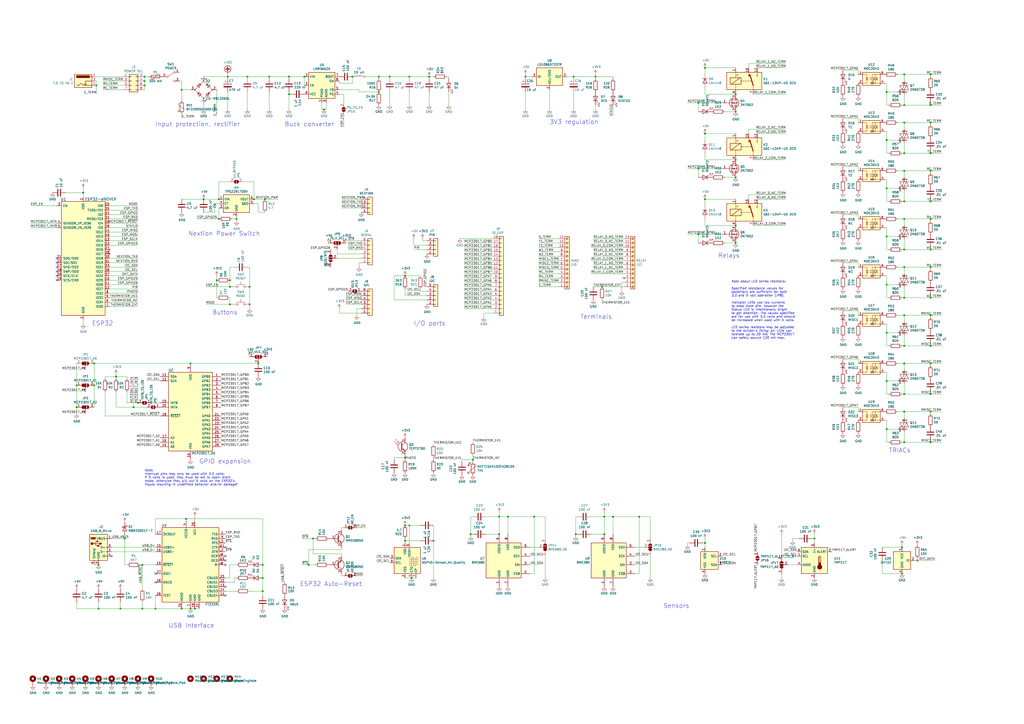
<source format=kicad_sch>
(kicad_sch (version 20230121) (generator eeschema)
  (paper "A2")
  (title_block (title "Climate and Sprinkler Controller") (date "2020-08-14") (rev "2"))
  (junction (at 237.49 44.45))
  (junction (at 524.51 238.76))
  (junction (at 234.95 304.8))
  (junction (at 514.35 193.04))
  (junction (at 118.11 115.57))
  (junction (at 251.46 313.69))
  (junction (at 514.35 81.28))
  (junction (at 539.75 116.84))
  (junction (at 539.75 144.78))
  (junction (at 289.56 299.72))
  (junction (at 149.86 210.82))
  (junction (at 524.51 116.84))
  (junction (at 152.4 327.66))
  (junction (at 332.74 44.45))
  (junction (at 539.75 200.66))
  (junction (at 83.82 49.53))
  (junction (at 426.72 92.71))
  (junction (at 83.82 46.99))
  (junction (at 514.35 137.16))
  (junction (at 80.01 233.68))
  (junction (at 144.78 176.53))
  (junction (at 152.4 342.9))
  (junction (at 350.52 309.88))
  (junction (at 539.75 228.6))
  (junction (at 539.75 127))
  (junction (at 426.72 54.61))
  (junction (at 539.75 60.96))
  (junction (at 133.35 162.56))
  (junction (at 105.41 353.06))
  (junction (at 539.75 88.9))
  (junction (at 294.64 299.72))
  (junction (at 426.72 64.77))
  (junction (at 152.4 335.28))
  (junction (at 238.76 335.28))
  (junction (at 67.31 218.44))
  (junction (at 408.94 115.57))
  (junction (at 77.47 236.22))
  (junction (at 144.78 166.37))
  (junction (at 110.49 210.82))
  (junction (at 514.35 53.34))
  (junction (at 153.67 115.57))
  (junction (at 90.17 353.06))
  (junction (at 179.07 327.66))
  (junction (at 187.96 63.5))
  (junction (at 273.05 309.88))
  (junction (at 82.55 353.06))
  (junction (at 524.51 172.72))
  (junction (at 156.21 44.45))
  (junction (at 524.51 88.9))
  (junction (at 408.94 314.96))
  (junction (at 514.35 220.98))
  (junction (at 54.61 223.52))
  (junction (at 132.08 44.45))
  (junction (at 524.51 154.94))
  (junction (at 523.24 317.5))
  (junction (at 176.53 44.45))
  (junction (at 125.73 162.56))
  (junction (at 137.16 127))
  (junction (at 539.75 238.76))
  (junction (at 523.24 332.74))
  (junction (at 524.51 228.6))
  (junction (at 408.94 77.47))
  (junction (at 514.35 248.92))
  (junction (at 105.41 52.07))
  (junction (at 304.8 44.45))
  (junction (at 48.26 111.76))
  (junction (at 234.95 313.69))
  (junction (at 539.75 99.06))
  (junction (at 44.45 236.22))
  (junction (at 127 115.57))
  (junction (at 127 127))
  (junction (at 167.64 54.61))
  (junction (at 524.51 43.18))
  (junction (at 237.49 304.8))
  (junction (at 219.71 53.34))
  (junction (at 345.44 44.45))
  (junction (at 539.75 172.72))
  (junction (at 289.56 309.88))
  (junction (at 133.35 176.53))
  (junction (at 69.85 353.06))
  (junction (at 72.39 312.42))
  (junction (at 426.72 102.87))
  (junction (at 539.75 256.54))
  (junction (at 57.15 327.66))
  (junction (at 181.61 312.42))
  (junction (at 539.75 154.94))
  (junction (at 143.51 44.45))
  (junction (at 234.95 160.02))
  (junction (at 54.61 210.82))
  (junction (at 524.51 182.88))
  (junction (at 226.06 44.45))
  (junction (at 524.51 210.82))
  (junction (at 334.01 309.88))
  (junction (at 107.95 300.99))
  (junction (at 113.03 353.06))
  (junction (at 539.75 182.88))
  (junction (at 524.51 60.96))
  (junction (at 274.32 266.7))
  (junction (at 349.25 166.37))
  (junction (at 133.35 166.37))
  (junction (at 524.51 200.66))
  (junction (at 355.6 299.72))
  (junction (at 539.75 210.82))
  (junction (at 539.75 43.18))
  (junction (at 248.92 44.45))
  (junction (at 426.72 140.97))
  (junction (at 234.95 265.43))
  (junction (at 370.84 299.72))
  (junction (at 204.47 44.45))
  (junction (at 405.13 59.69))
  (junction (at 350.52 299.72))
  (junction (at 110.49 353.06))
  (junction (at 82.55 327.66))
  (junction (at 524.51 99.06))
  (junction (at 514.35 165.1))
  (junction (at 147.32 115.57))
  (junction (at 426.72 130.81))
  (junction (at 524.51 71.12))
  (junction (at 532.13 325.12))
  (junction (at 524.51 127))
  (junction (at 57.15 353.06))
  (junction (at 539.75 71.12))
  (junction (at 405.13 97.79))
  (junction (at 514.35 109.22))
  (junction (at 524.51 256.54))
  (junction (at 83.82 44.45))
  (junction (at 44.45 223.52))
  (junction (at 405.13 135.89))
  (junction (at 408.94 39.37))
  (junction (at 219.71 44.45))
  (junction (at 472.44 312.42))
  (junction (at 309.88 299.72))
  (junction (at 524.51 144.78))
  (junction (at 55.88 49.53))
  (junction (at 167.64 44.45))
  (no_connect (at 130.81 327.66))
  (no_connect (at 33.02 160.02))
  (no_connect (at 130.81 325.12))
  (no_connect (at 33.02 162.56))
  (no_connect (at 33.02 149.86))
  (no_connect (at 33.02 152.4))
  (no_connect (at 130.81 322.58))
  (no_connect (at 361.95 161.29))
  (no_connect (at 33.02 157.48))
  (no_connect (at 90.17 332.74))
  (no_connect (at 130.81 340.36))
  (no_connect (at 33.02 154.94))
  (no_connect (at 130.81 317.5))
  (no_connect (at 130.81 345.44))
  (no_connect (at 90.17 337.82))
  (no_connect (at 64.77 322.58))
  (wire (pts (xy 377.19 299.72) (xy 370.84 299.72)))
  (wire (pts (xy 234.95 312.42) (xy 234.95 313.69)))
  (wire (pts (xy 355.6 299.72) (xy 355.6 309.88)))
  (wire (pts (xy 355.6 45.72) (xy 355.6 44.45)))
  (wire (pts (xy 281.94 309.88) (xy 289.56 309.88)))
  (wire (pts (xy 524.51 43.18) (xy 539.75 43.18)))
  (wire (pts (xy 113.03 353.06) (xy 115.57 353.06)))
  (wire (pts (xy 453.39 322.58) (xy 453.39 309.88)))
  (wire (pts (xy 342.9 143.51) (xy 361.95 143.51)))
  (wire (pts (xy 377.19 322.58) (xy 377.19 335.28)))
  (wire (pts (xy 520.7 71.12) (xy 524.51 71.12)))
  (wire (pts (xy 520.7 248.92) (xy 514.35 248.92)))
  (wire (pts (xy 82.55 353.06) (xy 82.55 349.25)))
  (wire (pts (xy 524.51 166.37) (xy 524.51 172.72)))
  (wire (pts (xy 455.93 74.93) (xy 434.34 74.93)))
  (wire (pts (xy 260.35 53.34) (xy 260.35 60.96)))
  (wire (pts (xy 274.32 309.88) (xy 273.05 309.88)))
  (wire (pts (xy 69.85 349.25) (xy 69.85 353.06)))
  (wire (pts (xy 524.51 214.63) (xy 524.51 210.82)))
  (wire (pts (xy 539.75 227.33) (xy 539.75 228.6)))
  (wire (pts (xy 212.09 44.45) (xy 219.71 44.45)))
  (wire (pts (xy 63.5 170.18) (xy 80.01 170.18)))
  (wire (pts (xy 113.03 302.26) (xy 113.03 299.72)))
  (wire (pts (xy 140.97 105.41) (xy 147.32 105.41)))
  (wire (pts (xy 497.84 96.52) (xy 497.84 99.06)))
  (wire (pts (xy 63.5 137.16) (xy 80.01 137.16)))
  (wire (pts (xy 104.14 46.99) (xy 105.41 46.99)))
  (wire (pts (xy 67.31 217.17) (xy 67.31 218.44)))
  (wire (pts (xy 514.35 200.66) (xy 514.35 193.04)))
  (wire (pts (xy 408.94 92.71) (xy 426.72 92.71)))
  (wire (pts (xy 524.51 110.49) (xy 524.51 116.84)))
  (wire (pts (xy 198.12 334.01) (xy 199.39 334.01)))
  (wire (pts (xy 273.05 299.72) (xy 273.05 309.88)))
  (wire (pts (xy 237.49 45.72) (xy 237.49 44.45)))
  (wire (pts (xy 44.45 210.82) (xy 44.45 223.52)))
  (wire (pts (xy 137.16 125.73) (xy 137.16 127)))
  (wire (pts (xy 335.28 299.72) (xy 334.01 299.72)))
  (wire (pts (xy 542.29 325.12) (xy 532.13 325.12)))
  (wire (pts (xy 514.35 160.02) (xy 513.08 160.02)))
  (wire (pts (xy 63.5 172.72) (xy 80.01 172.72)))
  (wire (pts (xy 181.61 321.31) (xy 181.61 312.42)))
  (wire (pts (xy 307.34 332.74) (xy 309.88 332.74)))
  (wire (pts (xy 64.77 317.5) (xy 90.17 317.5)))
  (wire (pts (xy 497.84 152.4) (xy 497.84 154.94)))
  (wire (pts (xy 511.81 325.12) (xy 511.81 332.74)))
  (wire (pts (xy 539.75 115.57) (xy 539.75 116.84)))
  (wire (pts (xy 110.49 210.82) (xy 149.86 210.82)))
  (wire (pts (xy 420.37 140.97) (xy 426.72 140.97)))
  (wire (pts (xy 209.55 152.4) (xy 208.28 152.4)))
  (wire (pts (xy 167.64 54.61) (xy 167.64 63.5)))
  (wire (pts (xy 207.01 179.07) (xy 207.01 182.88)))
  (wire (pts (xy 267.97 266.7) (xy 274.32 266.7)))
  (wire (pts (xy 457.2 327.66) (xy 462.28 327.66)))
  (wire (pts (xy 361.95 153.67) (xy 344.17 153.67)))
  (wire (pts (xy 515.62 200.66) (xy 514.35 200.66)))
  (wire (pts (xy 199.39 54.61) (xy 199.39 59.69)))
  (wire (pts (xy 524.51 256.54) (xy 539.75 256.54)))
  (wire (pts (xy 524.51 88.9) (xy 539.75 88.9)))
  (wire (pts (xy 312.42 156.21) (xy 323.85 156.21)))
  (wire (pts (xy 420.37 64.77) (xy 426.72 64.77)))
  (wire (pts (xy 204.47 48.26) (xy 204.47 44.45)))
  (wire (pts (xy 511.81 332.74) (xy 523.24 332.74)))
  (wire (pts (xy 488.95 68.58) (xy 497.84 68.58)))
  (wire (pts (xy 515.62 116.84) (xy 514.35 116.84)))
  (wire (pts (xy 247.65 139.7) (xy 245.11 139.7)))
  (wire (pts (xy 312.42 161.29) (xy 323.85 161.29)))
  (wire (pts (xy 234.95 335.28) (xy 238.76 335.28)))
  (wire (pts (xy 133.35 166.37) (xy 119.38 166.37)))
  (wire (pts (xy 307.34 317.5) (xy 312.42 317.5)))
  (wire (pts (xy 59.69 46.99) (xy 71.12 46.99)))
  (wire (pts (xy 125.73 162.56) (xy 125.73 160.02)))
  (wire (pts (xy 520.7 137.16) (xy 514.35 137.16)))
  (wire (pts (xy 520.7 99.06) (xy 524.51 99.06)))
  (wire (pts (xy 137.16 127) (xy 137.16 128.27)))
  (wire (pts (xy 156.21 44.45) (xy 167.64 44.45)))
  (wire (pts (xy 316.23 312.42) (xy 316.23 299.72)))
  (wire (pts (xy 63.5 127) (xy 80.01 127)))
  (wire (pts (xy 312.42 163.83) (xy 323.85 163.83)))
  (wire (pts (xy 312.42 153.67) (xy 323.85 153.67)))
  (wire (pts (xy 520.7 127) (xy 524.51 127)))
  (wire (pts (xy 515.62 60.96) (xy 514.35 60.96)))
  (wire (pts (xy 110.49 353.06) (xy 113.03 353.06)))
  (wire (pts (xy 514.35 248.92) (xy 514.35 243.84)))
  (wire (pts (xy 419.1 59.69) (xy 405.13 59.69)))
  (wire (pts (xy 408.94 127) (xy 408.94 130.81)))
  (wire (pts (xy 405.13 64.77) (xy 405.13 59.69)))
  (wire (pts (xy 523.24 172.72) (xy 524.51 172.72)))
  (wire (pts (xy 539.75 72.39) (xy 539.75 71.12)))
  (wire (pts (xy 304.8 43.18) (xy 304.8 44.45)))
  (wire (pts (xy 520.7 210.82) (xy 524.51 210.82)))
  (wire (pts (xy 80.01 233.68) (xy 80.01 218.44)))
  (wire (pts (xy 63.5 177.8) (xy 80.01 177.8)))
  (wire (pts (xy 524.51 242.57) (xy 524.51 238.76)))
  (wire (pts (xy 355.6 44.45) (xy 345.44 44.45)))
  (wire (pts (xy 63.5 121.92) (xy 80.01 121.92)))
  (wire (pts (xy 523.24 316.23) (xy 523.24 317.5)))
  (wire (pts (xy 55.88 46.99) (xy 55.88 49.53)))
  (wire (pts (xy 488.95 124.46) (xy 497.84 124.46)))
  (wire (pts (xy 488.95 208.28) (xy 497.84 208.28)))
  (wire (pts (xy 539.75 116.84) (xy 546.1 116.84)))
  (wire (pts (xy 523.24 228.6) (xy 524.51 228.6)))
  (wire (pts (xy 118.11 59.69) (xy 118.11 63.5)))
  (wire (pts (xy 195.58 144.78) (xy 195.58 147.32)))
  (wire (pts (xy 514.35 109.22) (xy 514.35 104.14)))
  (wire (pts (xy 198.12 306.07) (xy 199.39 306.07)))
  (wire (pts (xy 189.23 63.5) (xy 187.96 63.5)))
  (wire (pts (xy 285.75 168.91) (xy 269.24 168.91)))
  (wire (pts (xy 514.35 116.84) (xy 514.35 109.22)))
  (wire (pts (xy 524.51 172.72) (xy 539.75 172.72)))
  (wire (pts (xy 127 105.41) (xy 127 115.57)))
  (wire (pts (xy 133.35 335.28) (xy 130.81 335.28)))
  (wire (pts (xy 168.91 54.61) (xy 167.64 54.61)))
  (wire (pts (xy 488.95 96.52) (xy 497.84 96.52)))
  (wire (pts (xy 226.06 44.45) (xy 237.49 44.45)))
  (wire (pts (xy 82.55 327.66) (xy 82.55 341.63)))
  (wire (pts (xy 539.75 184.15) (xy 539.75 182.88)))
  (wire (pts (xy 269.24 151.13) (xy 285.75 151.13)))
  (wire (pts (xy 345.44 60.96) (xy 345.44 63.5)))
  (wire (pts (xy 400.05 314.96) (xy 398.78 314.96)))
  (wire (pts (xy 209.55 176.53) (xy 200.66 176.53)))
  (wire (pts (xy 63.5 167.64) (xy 80.01 167.64)))
  (wire (pts (xy 63.5 134.62) (xy 80.01 134.62)))
  (wire (pts (xy 90.17 353.06) (xy 105.41 353.06)))
  (wire (pts (xy 198.12 118.11) (xy 209.55 118.11)))
  (wire (pts (xy 209.55 139.7) (xy 201.93 139.7)))
  (wire (pts (xy 472.44 309.88) (xy 472.44 312.42)))
  (wire (pts (xy 426.72 115.57) (xy 408.94 115.57)))
  (wire (pts (xy 63.5 152.4) (xy 80.01 152.4)))
  (wire (pts (xy 514.35 76.2) (xy 513.08 76.2)))
  (wire (pts (xy 539.75 240.03) (xy 539.75 238.76)))
  (wire (pts (xy 208.28 152.4) (xy 208.28 154.94)))
  (wire (pts (xy 350.52 299.72) (xy 350.52 309.88)))
  (wire (pts (xy 539.75 60.96) (xy 546.1 60.96)))
  (wire (pts (xy 196.85 181.61) (xy 196.85 179.07)))
  (wire (pts (xy 149.86 123.19) (xy 149.86 118.11)))
  (wire (pts (xy 520.7 53.34) (xy 514.35 53.34)))
  (wire (pts (xy 524.51 99.06) (xy 539.75 99.06)))
  (wire (pts (xy 198.12 322.58) (xy 198.12 321.31)))
  (wire (pts (xy 60.96 218.44) (xy 67.31 218.44)))
  (wire (pts (xy 133.35 172.72) (xy 133.35 176.53)))
  (wire (pts (xy 523.24 88.9) (xy 524.51 88.9)))
  (wire (pts (xy 72.39 312.42) (xy 64.77 312.42)))
  (wire (pts (xy 426.72 39.37) (xy 408.94 39.37)))
  (wire (pts (xy 309.88 332.74) (xy 309.88 299.72)))
  (wire (pts (xy 198.12 307.34) (xy 198.12 306.07)))
  (wire (pts (xy 124.46 118.11) (xy 124.46 123.19)))
  (wire (pts (xy 515.62 144.78) (xy 514.35 144.78)))
  (wire (pts (xy 312.42 140.97) (xy 323.85 140.97)))
  (wire (pts (xy 342.9 309.88) (xy 350.52 309.88)))
  (wire (pts (xy 294.64 299.72) (xy 294.64 309.88)))
  (wire (pts (xy 238.76 335.28) (xy 241.3 335.28)))
  (wire (pts (xy 237.49 44.45) (xy 248.92 44.45)))
  (wire (pts (xy 285.75 179.07) (xy 269.24 179.07)))
  (wire (pts (xy 312.42 166.37) (xy 323.85 166.37)))
  (wire (pts (xy 289.56 299.72) (xy 294.64 299.72)))
  (wire (pts (xy 198.12 332.74) (xy 198.12 334.01)))
  (wire (pts (xy 63.5 129.54) (xy 80.01 129.54)))
  (wire (pts (xy 524.51 74.93) (xy 524.51 71.12)))
  (wire (pts (xy 285.75 173.99) (xy 269.24 173.99)))
  (wire (pts (xy 514.35 165.1) (xy 514.35 160.02)))
  (wire (pts (xy 245.11 139.7) (xy 245.11 138.43)))
  (wire (pts (xy 60.96 219.71) (xy 60.96 218.44)))
  (wire (pts (xy 408.94 77.47) (xy 408.94 81.28)))
  (wire (pts (xy 285.75 158.75) (xy 269.24 158.75)))
  (wire (pts (xy 55.88 49.53) (xy 55.88 54.61)))
  (wire (pts (xy 132.08 45.72) (xy 132.08 44.45)))
  (wire (pts (xy 210.82 334.01) (xy 207.01 334.01)))
  (wire (pts (xy 407.67 314.96) (xy 408.94 314.96)))
  (wire (pts (xy 488.95 236.22) (xy 497.84 236.22)))
  (wire (pts (xy 105.41 68.58) (xy 105.41 66.04)))
  (wire (pts (xy 63.5 175.26) (xy 80.01 175.26)))
  (wire (pts (xy 370.84 299.72) (xy 355.6 299.72)))
  (wire (pts (xy 269.24 161.29) (xy 285.75 161.29)))
  (wire (pts (xy 344.17 148.59) (xy 361.95 148.59)))
  (wire (pts (xy 243.84 168.91) (xy 243.84 167.64)))
  (wire (pts (xy 524.51 127) (xy 539.75 127)))
  (wire (pts (xy 520.7 165.1) (xy 514.35 165.1)))
  (wire (pts (xy 127 118.11) (xy 124.46 118.11)))
  (wire (pts (xy 520.7 154.94) (xy 524.51 154.94)))
  (wire (pts (xy 167.64 44.45) (xy 176.53 44.45)))
  (wire (pts (xy 420.37 102.87) (xy 426.72 102.87)))
  (wire (pts (xy 269.24 140.97) (xy 285.75 140.97)))
  (wire (pts (xy 539.75 143.51) (xy 539.75 144.78)))
  (wire (pts (xy 419.1 97.79) (xy 405.13 97.79)))
  (wire (pts (xy 334.01 299.72) (xy 334.01 309.88)))
  (wire (pts (xy 539.75 199.39) (xy 539.75 200.66)))
  (wire (pts (xy 77.47 236.22) (xy 85.09 236.22)))
  (wire (pts (xy 408.94 115.57) (xy 408.94 119.38)))
  (wire (pts (xy 285.75 138.43) (xy 266.7 138.43)))
  (wire (pts (xy 497.84 68.58) (xy 497.84 71.12)))
  (wire (pts (xy 124.46 123.19) (xy 118.11 123.19)))
  (wire (pts (xy 289.56 299.72) (xy 289.56 309.88)))
  (wire (pts (xy 69.85 353.06) (xy 82.55 353.06)))
  (wire (pts (xy 83.82 46.99) (xy 83.82 49.53)))
  (wire (pts (xy 156.21 45.72) (xy 156.21 44.45)))
  (wire (pts (xy 539.75 172.72) (xy 546.1 172.72)))
  (wire (pts (xy 186.69 59.69) (xy 186.69 63.5)))
  (wire (pts (xy 520.7 81.28) (xy 514.35 81.28)))
  (wire (pts (xy 511.81 317.5) (xy 523.24 317.5)))
  (wire (pts (xy 281.94 299.72) (xy 289.56 299.72)))
  (wire (pts (xy 156.21 44.45) (xy 143.51 44.45)))
  (wire (pts (xy 539.75 228.6) (xy 546.1 228.6)))
  (wire (pts (xy 48.26 187.96) (xy 48.26 185.42)))
  (wire (pts (xy 524.51 102.87) (xy 524.51 99.06)))
  (wire (pts (xy 361.95 140.97) (xy 344.17 140.97)))
  (wire (pts (xy 361.95 166.37) (xy 349.25 166.37)))
  (wire (pts (xy 361.95 163.83) (xy 360.68 163.83)))
  (wire (pts (xy 234.95 171.45) (xy 247.65 171.45)))
  (wire (pts (xy 240.03 142.24) (xy 240.03 138.43)))
  (wire (pts (xy 44.45 236.22) (xy 44.45 240.03)))
  (wire (pts (xy 73.66 327.66) (xy 72.39 327.66)))
  (wire (pts (xy 405.13 59.69) (xy 398.78 59.69)))
  (wire (pts (xy 251.46 335.28) (xy 251.46 313.69)))
  (wire (pts (xy 405.13 140.97) (xy 405.13 135.89)))
  (wire (pts (xy 539.75 238.76) (xy 546.1 238.76)))
  (wire (pts (xy 90.17 345.44) (xy 90.17 353.06)))
  (wire (pts (xy 515.62 88.9) (xy 514.35 88.9)))
  (wire (pts (xy 251.46 304.8) (xy 251.46 313.69)))
  (wire (pts (xy 48.26 111.76) (xy 48.26 114.3)))
  (wire (pts (xy 497.84 124.46) (xy 497.84 127)))
  (wire (pts (xy 119.38 176.53) (xy 133.35 176.53)))
  (wire (pts (xy 200.66 173.99) (xy 209.55 173.99)))
  (wire (pts (xy 133.35 176.53) (xy 134.62 176.53)))
  (wire (pts (xy 524.51 46.99) (xy 524.51 43.18)))
  (wire (pts (xy 167.64 45.72) (xy 167.64 44.45)))
  (wire (pts (xy 520.7 182.88) (xy 524.51 182.88)))
  (wire (pts (xy 316.23 299.72) (xy 309.88 299.72)))
  (wire (pts (xy 63.5 119.38) (xy 80.01 119.38)))
  (wire (pts (xy 144.78 154.94) (xy 144.78 166.37)))
  (wire (pts (xy 514.35 104.14) (xy 513.08 104.14)))
  (wire (pts (xy 524.51 71.12) (xy 539.75 71.12)))
  (wire (pts (xy 514.35 132.08) (xy 513.08 132.08)))
  (wire (pts (xy 520.7 193.04) (xy 514.35 193.04)))
  (wire (pts (xy 459.74 313.69) (xy 459.74 312.42)))
  (wire (pts (xy 349.25 166.37) (xy 344.17 166.37)))
  (wire (pts (xy 539.75 71.12) (xy 546.1 71.12)))
  (wire (pts (xy 285.75 143.51) (xy 269.24 143.51)))
  (wire (pts (xy 63.5 165.1) (xy 80.01 165.1)))
  (wire (pts (xy 63.5 162.56) (xy 80.01 162.56)))
  (wire (pts (xy 285.75 163.83) (xy 269.24 163.83)))
  (wire (pts (xy 251.46 44.45) (xy 248.92 44.45)))
  (wire (pts (xy 515.62 228.6) (xy 514.35 228.6)))
  (wire (pts (xy 539.75 156.21) (xy 539.75 154.94)))
  (wire (pts (xy 125.73 172.72) (xy 125.73 162.56)))
  (wire (pts (xy 107.95 300.99) (xy 90.17 300.99)))
  (wire (pts (xy 209.55 171.45) (xy 200.66 171.45)))
  (wire (pts (xy 228.6 160.02) (xy 228.6 173.99)))
  (wire (pts (xy 130.81 337.82) (xy 135.89 337.82)))
  (wire (pts (xy 269.24 146.05) (xy 285.75 146.05)))
  (wire (pts (xy 355.6 60.96) (xy 355.6 67.31)))
  (wire (pts (xy 240.03 144.78) (xy 247.65 144.78)))
  (wire (pts (xy 243.84 304.8) (xy 237.49 304.8)))
  (wire (pts (xy 514.35 81.28) (xy 514.35 76.2)))
  (wire (pts (xy 472.44 312.42) (xy 472.44 314.96)))
  (wire (pts (xy 152.4 335.28) (xy 152.4 327.66)))
  (wire (pts (xy 73.66 227.33) (xy 73.66 233.68)))
  (wire (pts (xy 248.92 53.34) (xy 248.92 60.96)))
  (wire (pts (xy 133.35 105.41) (xy 127 105.41)))
  (wire (pts (xy 524.51 130.81) (xy 524.51 127)))
  (wire (pts (xy 63.5 149.86) (xy 80.01 149.86)))
  (wire (pts (xy 514.35 215.9) (xy 513.08 215.9)))
  (wire (pts (xy 259.08 44.45) (xy 260.35 44.45)))
  (wire (pts (xy 86.36 44.45) (xy 83.82 44.45)))
  (wire (pts (xy 408.94 50.8) (xy 408.94 54.61)))
  (wire (pts (xy 243.84 160.02) (xy 234.95 160.02)))
  (wire (pts (xy 152.4 342.9) (xy 152.4 345.44)))
  (wire (pts (xy 523.24 200.66) (xy 524.51 200.66)))
  (wire (pts (xy 83.82 44.45) (xy 83.82 46.99)))
  (wire (pts (xy 208.28 52.07) (xy 208.28 53.34)))
  (wire (pts (xy 368.3 332.74) (xy 370.84 332.74)))
  (wire (pts (xy 90.17 300.99) (xy 90.17 309.88)))
  (wire (pts (xy 196.85 48.26) (xy 196.85 46.99)))
  (wire (pts (xy 105.41 115.57) (xy 118.11 115.57)))
  (wire (pts (xy 312.42 143.51) (xy 323.85 143.51)))
  (wire (pts (xy 133.35 327.66) (xy 133.35 335.28)))
  (wire (pts (xy 237.49 304.8) (xy 237.49 314.96)))
  (wire (pts (xy 269.24 171.45) (xy 285.75 171.45)))
  (wire (pts (xy 59.69 49.53) (xy 71.12 49.53)))
  (wire (pts (xy 73.66 233.68) (xy 80.01 233.68)))
  (wire (pts (xy 370.84 332.74) (xy 370.84 299.72)))
  (wire (pts (xy 107.95 302.26) (xy 107.95 300.99)))
  (wire (pts (xy 228.6 265.43) (xy 234.95 265.43)))
  (wire (pts (xy 455.93 36.83) (xy 434.34 36.83)))
  (wire (pts (xy 198.12 317.5) (xy 198.12 318.77)))
  (wire (pts (xy 59.69 52.07) (xy 71.12 52.07)))
  (wire (pts (xy 248.92 45.72) (xy 248.92 44.45)))
  (wire (pts (xy 90.17 327.66) (xy 82.55 327.66)))
  (wire (pts (xy 312.42 151.13) (xy 323.85 151.13)))
  (wire (pts (xy 497.84 180.34) (xy 497.84 182.88)))
  (wire (pts (xy 132.08 43.18) (xy 132.08 44.45)))
  (wire (pts (xy 57.15 349.25) (xy 57.15 353.06)))
  (wire (pts (xy 345.44 44.45) (xy 332.74 44.45)))
  (wire (pts (xy 532.13 325.12) (xy 532.13 323.85)))
  (wire (pts (xy 135.89 154.94) (xy 133.35 154.94)))
  (wire (pts (xy 514.35 243.84) (xy 513.08 243.84)))
  (wire (pts (xy 44.45 223.52) (xy 44.45 236.22)))
  (wire (pts (xy 497.84 43.18) (xy 497.84 40.64)))
  (wire (pts (xy 132.08 44.45) (xy 143.51 44.45)))
  (wire (pts (xy 539.75 212.09) (xy 539.75 210.82)))
  (wire (pts (xy 334.01 309.88) (xy 334.01 311.15)))
  (wire (pts (xy 234.95 313.69) (xy 234.95 314.96)))
  (wire (pts (xy 152.4 335.28) (xy 152.4 342.9)))
  (wire (pts (xy 156.21 63.5) (xy 156.21 53.34)))
  (wire (pts (xy 408.94 312.42) (xy 408.94 314.96)))
  (wire (pts (xy 60.96 241.3) (xy 92.71 241.3)))
  (wire (pts (xy 539.75 210.82) (xy 546.1 210.82)))
  (wire (pts (xy 57.15 353.06) (xy 69.85 353.06)))
  (wire (pts (xy 280.67 181.61) (xy 280.67 184.15)))
  (wire (pts (xy 285.75 153.67) (xy 269.24 153.67)))
  (wire (pts (xy 226.06 53.34) (xy 226.06 60.96)))
  (wire (pts (xy 63.5 160.02) (xy 80.01 160.02)))
  (wire (pts (xy 408.94 130.81) (xy 426.72 130.81)))
  (wire (pts (xy 234.95 265.43) (xy 234.95 266.7)))
  (wire (pts (xy 63.5 132.08) (xy 80.01 132.08)))
  (wire (pts (xy 434.34 113.03) (xy 434.34 115.57)))
  (wire (pts (xy 17.78 132.08) (xy 33.02 132.08)))
  (wire (pts (xy 524.51 144.78) (xy 539.75 144.78)))
  (wire (pts (xy 360.68 163.83) (xy 360.68 168.91)))
  (wire (pts (xy 530.86 325.12) (xy 532.13 325.12)))
  (wire (pts (xy 273.05 309.88) (xy 273.05 311.15)))
  (wire (pts (xy 167.64 53.34) (xy 167.64 54.61)))
  (wire (pts (xy 107.95 300.99) (xy 152.4 300.99)))
  (wire (pts (xy 524.51 200.66) (xy 539.75 200.66)))
  (wire (pts (xy 73.66 219.71) (xy 73.66 218.44)))
  (wire (pts (xy 453.39 332.74) (xy 453.39 335.28)))
  (wire (pts (xy 63.5 157.48) (xy 80.01 157.48)))
  (wire (pts (xy 361.95 138.43) (xy 344.17 138.43)))
  (wire (pts (xy 350.52 297.18) (xy 350.52 299.72)))
  (wire (pts (xy 189.23 59.69) (xy 189.23 63.5)))
  (wire (pts (xy 63.5 154.94) (xy 80.01 154.94)))
  (wire (pts (xy 514.35 144.78) (xy 514.35 137.16)))
  (wire (pts (xy 175.26 327.66) (xy 179.07 327.66)))
  (wire (pts (xy 459.74 312.42) (xy 463.55 312.42)))
  (wire (pts (xy 144.78 179.07) (xy 144.78 176.53)))
  (wire (pts (xy 524.51 138.43) (xy 524.51 144.78)))
  (wire (pts (xy 514.35 187.96) (xy 513.08 187.96)))
  (wire (pts (xy 54.61 210.82) (xy 110.49 210.82)))
  (wire (pts (xy 524.51 54.61) (xy 524.51 60.96)))
  (wire (pts (xy 539.75 100.33) (xy 539.75 99.06)))
  (wire (pts (xy 520.7 109.22) (xy 514.35 109.22)))
  (wire (pts (xy 309.88 299.72) (xy 294.64 299.72)))
  (wire (pts (xy 54.61 223.52) (xy 54.61 236.22)))
  (wire (pts (xy 195.58 147.32) (xy 209.55 147.32)))
  (wire (pts (xy 73.66 218.44) (xy 67.31 218.44)))
  (wire (pts (xy 304.8 44.45) (xy 304.8 45.72)))
  (wire (pts (xy 105.41 353.06) (xy 110.49 353.06)))
  (wire (pts (xy 539.75 128.27) (xy 539.75 127)))
  (wire (pts (xy 344.17 146.05) (xy 361.95 146.05)))
  (wire (pts (xy 67.31 227.33) (xy 67.31 236.22)))
  (wire (pts (xy 228.6 266.7) (xy 228.6 265.43)))
  (wire (pts (xy 361.95 156.21) (xy 344.17 156.21)))
  (wire (pts (xy 539.75 256.54) (xy 546.1 256.54)))
  (wire (pts (xy 135.89 337.82) (xy 135.89 335.28)))
  (wire (pts (xy 72.39 327.66) (xy 72.39 312.42)))
  (wire (pts (xy 132.08 63.5) (xy 132.08 53.34)))
  (wire (pts (xy 405.13 135.89) (xy 398.78 135.89)))
  (wire (pts (xy 524.51 60.96) (xy 539.75 60.96)))
  (wire (pts (xy 64.77 320.04) (xy 90.17 320.04)))
  (wire (pts (xy 539.75 200.66) (xy 546.1 200.66)))
  (wire (pts (xy 63.5 142.24) (xy 80.01 142.24)))
  (wire (pts (xy 523.24 144.78) (xy 524.51 144.78)))
  (wire (pts (xy 539.75 59.69) (xy 539.75 60.96)))
  (wire (pts (xy 539.75 87.63) (xy 539.75 88.9)))
  (wire (pts (xy 269.24 166.37) (xy 285.75 166.37)))
  (wire (pts (xy 161.29 115.57) (xy 153.67 115.57)))
  (wire (pts (xy 209.55 142.24) (xy 201.93 142.24)))
  (wire (pts (xy 274.32 299.72) (xy 273.05 299.72)))
  (wire (pts (xy 523.24 256.54) (xy 524.51 256.54)))
  (wire (pts (xy 38.1 111.76) (xy 48.26 111.76)))
  (wire (pts (xy 524.51 222.25) (xy 524.51 228.6)))
  (wire (pts (xy 289.56 297.18) (xy 289.56 299.72)))
  (wire (pts (xy 143.51 45.72) (xy 143.51 44.45)))
  (wire (pts (xy 524.51 228.6) (xy 539.75 228.6)))
  (wire (pts (xy 539.75 171.45) (xy 539.75 172.72)))
  (wire (pts (xy 243.84 313.69) (xy 234.95 313.69)))
  (wire (pts (xy 539.75 43.18) (xy 546.1 43.18)))
  (wire (pts (xy 312.42 146.05) (xy 323.85 146.05)))
  (wire (pts (xy 234.95 264.16) (xy 234.95 265.43)))
  (wire (pts (xy 332.74 44.45) (xy 332.74 45.72)))
  (wire (pts (xy 377.19 312.42) (xy 377.19 299.72)))
  (wire (pts (xy 524.51 182.88) (xy 539.75 182.88)))
  (wire (pts (xy 439.42 77.47) (xy 455.93 77.47)))
  (wire (pts (xy 398.78 314.96) (xy 398.78 316.23)))
  (wire (pts (xy 176.53 44.45) (xy 176.53 49.53)))
  (wire (pts (xy 81.28 327.66) (xy 82.55 327.66)))
  (wire (pts (xy 342.9 158.75) (xy 361.95 158.75)))
  (wire (pts (xy 105.41 52.07) (xy 105.41 58.42)))
  (wire (pts (xy 196.85 181.61) (xy 209.55 181.61)))
  (wire (pts (xy 237.49 304.8) (xy 234.95 304.8)))
  (wire (pts (xy 196.85 52.07) (xy 208.28 52.07)))
  (wire (pts (xy 539.75 255.27) (xy 539.75 256.54)))
  (wire (pts (xy 514.35 48.26) (xy 513.08 48.26)))
  (wire (pts (xy 207.01 306.07) (xy 212.09 306.07)))
  (wire (pts (xy 524.51 210.82) (xy 539.75 210.82)))
  (wire (pts (xy 114.3 127) (xy 127 127)))
  (wire (pts (xy 199.39 73.66) (xy 199.39 67.31)))
  (wire (pts (xy 316.23 322.58) (xy 316.23 335.28)))
  (wire (pts (xy 127 127) (xy 127 120.65)))
  (wire (pts (xy 60.96 227.33) (xy 60.96 241.3)))
  (wire (pts (xy 520.7 43.18) (xy 524.51 43.18)))
  (wire (pts (xy 219.71 44.45) (xy 226.06 44.45)))
  (wire (pts (xy 285.75 181.61) (xy 280.67 181.61)))
  (wire (pts (xy 147.32 105.41) (xy 147.32 115.57)))
  (wire (pts (xy 524.51 82.55) (xy 524.51 88.9)))
  (wire (pts (xy 312.42 148.59) (xy 323.85 148.59)))
  (wire (pts (xy 63.5 139.7) (xy 80.01 139.7)))
  (wire (pts (xy 524.51 186.69) (xy 524.51 182.88)))
  (wire (pts (xy 125.73 52.07) (xy 125.73 67.31)))
  (wire (pts (xy 524.51 158.75) (xy 524.51 154.94)))
  (wire (pts (xy 234.95 160.02) (xy 228.6 160.02)))
  (wire (pts (xy 48.26 109.22) (xy 48.26 111.76)))
  (wire (pts (xy 198.12 115.57) (xy 209.55 115.57)))
  (wire (pts (xy 219.71 45.72) (xy 219.71 44.45)))
  (wire (pts (xy 133.35 327.66) (xy 137.16 327.66)))
  (wire (pts (xy 436.88 54.61) (xy 455.93 54.61)))
  (wire (pts (xy 87.63 233.68) (xy 92.71 233.68)))
  (wire (pts (xy 67.31 236.22) (xy 77.47 236.22)))
  (wire (pts (xy 335.28 309.88) (xy 334.01 309.88)))
  (wire (pts (xy 209.55 144.78) (xy 201.93 144.78)))
  (wire (pts (xy 186.69 63.5) (xy 187.96 63.5)))
  (wire (pts (xy 419.1 135.89) (xy 405.13 135.89)))
  (wire (pts (xy 488.95 180.34) (xy 497.84 180.34)))
  (wire (pts (xy 405.13 102.87) (xy 405.13 97.79)))
  (wire (pts (xy 82.55 353.06) (xy 90.17 353.06)))
  (wire (pts (xy 434.34 36.83) (xy 434.34 39.37)))
  (wire (pts (xy 361.95 151.13) (xy 342.9 151.13)))
  (wire (pts (xy 209.55 179.07) (xy 207.01 179.07)))
  (wire (pts (xy 269.24 156.21) (xy 285.75 156.21)))
  (wire (pts (xy 408.94 314.96) (xy 408.94 317.5)))
  (wire (pts (xy 523.24 116.84) (xy 524.51 116.84)))
  (wire (pts (xy 274.32 266.7) (xy 274.32 267.97)))
  (wire (pts (xy 350.52 299.72) (xy 355.6 299.72)))
  (wire (pts (xy 267.97 267.97) (xy 267.97 266.7)))
  (wire (pts (xy 251.46 265.43) (xy 251.46 266.7)))
  (wire (pts (xy 515.62 256.54) (xy 514.35 256.54)))
  (wire (pts (xy 67.31 218.44) (xy 67.31 219.71)))
  (wire (pts (xy 342.9 299.72) (xy 350.52 299.72)))
  (wire (pts (xy 514.35 137.16) (xy 514.35 132.08)))
  (wire (pts (xy 153.67 123.19) (xy 149.86 123.19)))
  (wire (pts (xy 17.78 129.54) (xy 33.02 129.54)))
  (wire (pts (xy 539.75 44.45) (xy 539.75 43.18)))
  (wire (pts (xy 308.61 44.45) (xy 304.8 44.45)))
  (wire (pts (xy 105.41 46.99) (xy 105.41 52.07)))
  (wire (pts (xy 54.61 327.66) (xy 57.15 327.66)))
  (wire (pts (xy 471.17 312.42) (xy 472.44 312.42)))
  (wire (pts (xy 17.78 119.38) (xy 33.02 119.38)))
  (wire (pts (xy 345.44 44.45) (xy 345.44 45.72)))
  (wire (pts (xy 426.72 77.47) (xy 408.94 77.47)))
  (wire (pts (xy 497.84 236.22) (xy 497.84 238.76)))
  (wire (pts (xy 44.45 349.25) (xy 44.45 353.06)))
  (wire (pts (xy 237.49 53.34) (xy 237.49 60.96)))
  (wire (pts (xy 539.75 99.06) (xy 546.1 99.06)))
  (wire (pts (xy 524.51 154.94) (xy 539.75 154.94)))
  (wire (pts (xy 368.3 317.5) (xy 373.38 317.5)))
  (wire (pts (xy 539.75 144.78) (xy 546.1 144.78)))
  (wire (pts (xy 179.07 318.77) (xy 179.07 327.66)))
  (wire (pts (xy 147.32 115.57) (xy 153.67 115.57)))
  (wire (pts (xy 514.35 256.54) (xy 514.35 248.92)))
  (wire (pts (xy 54.61 210.82) (xy 54.61 223.52)))
  (wire (pts (xy 144.78 342.9) (xy 152.4 342.9)))
  (wire (pts (xy 514.35 53.34) (xy 514.35 48.26)))
  (wire (pts (xy 198.12 321.31) (xy 181.61 321.31)))
  (wire (pts (xy 143.51 154.94) (xy 144.78 154.94)))
  (wire (pts (xy 524.51 238.76) (xy 539.75 238.76)))
  (wire (pts (xy 408.94 39.37) (xy 408.94 43.18)))
  (wire (pts (xy 196.85 48.26) (xy 204.47 48.26)))
  (wire (pts (xy 514.35 60.96) (xy 514.35 53.34)))
  (wire (pts (xy 198.12 120.65) (xy 209.55 120.65)))
  (wire (pts (xy 524.51 194.31) (xy 524.51 200.66)))
  (wire (pts (xy 318.77 52.07) (xy 318.77 63.5)))
  (wire (pts (xy 143.51 63.5) (xy 143.51 53.34)))
  (wire (pts (xy 524.51 250.19) (xy 524.51 256.54)))
  (wire (pts (xy 436.88 130.81) (xy 455.93 130.81)))
  (wire (pts (xy 514.35 193.04) (xy 514.35 187.96)))
  (wire (pts (xy 228.6 173.99) (xy 247.65 173.99)))
  (wire (pts (xy 539.75 182.88) (xy 546.1 182.88)))
  (wire (pts (xy 83.82 49.53) (xy 83.82 52.07)))
  (wire (pts (xy 181.61 312.42) (xy 182.88 312.42)))
  (wire (pts (xy 520.7 220.98) (xy 514.35 220.98)))
  (wire (pts (xy 405.13 97.79) (xy 398.78 97.79)))
  (wire (pts (xy 514.35 172.72) (xy 514.35 165.1)))
  (wire (pts (xy 328.93 44.45) (xy 332.74 44.45)))
  (wire (pts (xy 247.65 142.24) (xy 240.03 142.24)))
  (wire (pts (xy 434.34 74.93) (xy 434.34 77.47)))
  (wire (pts (xy 260.35 44.45) (xy 260.35 45.72)))
  (wire (pts (xy 144.78 166.37) (xy 144.78 176.53)))
  (wire (pts (xy 488.95 152.4) (xy 497.84 152.4)))
  (wire (pts (xy 523.24 60.96) (xy 524.51 60.96)))
  (wire (pts (xy 497.84 208.28) (xy 497.84 210.82)))
  (wire (pts (xy 134.62 166.37) (xy 133.35 166.37)))
  (wire (pts (xy 285.75 148.59) (xy 269.24 148.59)))
  (wire (pts (xy 524.51 116.84) (xy 539.75 116.84)))
  (wire (pts (xy 349.25 173.99) (xy 349.25 176.53)))
  (wire (pts (xy 44.45 353.06) (xy 57.15 353.06)))
  (wire (pts (xy 274.32 264.16) (xy 274.32 266.7)))
  (wire (pts (xy 110.49 52.07) (xy 105.41 52.07)))
  (wire (pts (xy 179.07 327.66) (xy 182.88 327.66)))
  (wire (pts (xy 208.28 53.34) (xy 219.71 53.34)))
  (wire (pts (xy 196.85 54.61) (xy 199.39 54.61)))
  (wire (pts (xy 539.75 88.9) (xy 546.1 88.9)))
  (wire (pts (xy 332.74 53.34) (xy 332.74 63.5)))
  (wire (pts (xy 226.06 45.72) (xy 226.06 44.45)))
  (wire (pts (xy 514.35 88.9) (xy 514.35 81.28)))
  (wire (pts (xy 269.24 176.53) (xy 285.75 176.53)))
  (wire (pts (xy 408.94 54.61) (xy 426.72 54.61)))
  (wire (pts (xy 514.35 228.6) (xy 514.35 220.98)))
  (wire (pts (xy 198.12 318.77) (xy 179.07 318.77)))
  (wire (pts (xy 539.75 127) (xy 546.1 127)))
  (wire (pts (xy 439.42 39.37) (xy 455.93 39.37)))
  (wire (pts (xy 312.42 138.43) (xy 323.85 138.43)))
  (wire (pts (xy 55.88 44.45) (xy 71.12 44.45)))
  (wire (pts (xy 77.47 218.44) (xy 77.47 236.22)))
  (wire (pts (xy 72.39 312.42) (xy 72.39 310.515)))
  (wire (pts (xy 345.44 43.18) (xy 345.44 44.45)))
  (wire (pts (xy 152.4 300.99) (xy 152.4 327.66)))
  (wire (pts (xy 175.26 312.42) (xy 181.61 312.42)))
  (wire (pts (xy 497.84 40.64) (xy 488.95 40.64)))
  (wire (pts (xy 195.58 149.86) (xy 209.55 149.86)))
  (wire (pts (xy 312.42 158.75) (xy 323.85 158.75)))
  (wire (pts (xy 408.94 88.9) (xy 408.94 92.71)))
  (wire (pts (xy 133.35 154.94) (xy 133.35 162.56)))
  (wire (pts (xy 539.75 154.94) (xy 546.1 154.94)))
  (wire (pts (xy 135.89 335.28) (xy 137.16 335.28)))
  (wire (pts (xy 455.93 113.03) (xy 434.34 113.03)))
  (wire (pts (xy 304.8 63.5) (xy 304.8 53.34)))
  (wire (pts (xy 118.11 115.57) (xy 127 115.57)))
  (wire (pts (xy 514.35 220.98) (xy 514.35 215.9)))
  (wire (pts (xy 134.62 127) (xy 137.16 127)))
  (wire (pts (xy 63.5 124.46) (xy 80.01 124.46)))
  (wire (pts (xy 436.88 92.71) (xy 455.93 92.71)))
  (wire (pts (xy 520.7 238.76) (xy 524.51 238.76)))
  (wire (pts (xy 515.62 172.72) (xy 514.35 172.72)))
  (wire (pts (xy 243.84 168.91) (xy 247.65 168.91)))
  (wire (pts (xy 118.11 44.45) (xy 132.08 44.45)))
  (wire (pts (xy 130.81 342.9) (xy 137.16 342.9)))
  (wire (pts (xy 439.42 115.57) (xy 455.93 115.57)))
  (wire (pts (xy 149.86 118.11) (xy 147.32 118.11)))
  (wire (pts (xy 133.35 162.56) (xy 133.35 166.37)))
  (wire (pts (xy 234.95 171.45) (xy 234.95 167.64)))
  (text "ESP32 Auto-Reset" (at 173.99 340.36 0) (effects (font (size 2.54 2.54)) (justify left bottom)))
  (text "Buttons" (at 123.19 182.88 0) (effects (font (size 2.54 2.54)) (justify left bottom)))
  (text "Input protection, rectifier" (at 90.17 73.66 0) (effects (font (size 2.54 2.54)) (justify left bottom)))
  (text "GPIO expansion" (at 115.57 269.24 0) (effects (font (size 2.54 2.54)) (justify left bottom)))
  (text "USB Interface" (at 97.79 364.49 0) (effects (font (size 2.54 2.54)) (justify left bottom)))
  (text "Note about LED series resistors:\n\nSpecified resistance values for\noptotriacs are sufficient for both\n3.3 and 5 volt operation (JP8).\n\nIndicator LEDs use low currents\nto keep them dim, however the\nStatus LED is intentionally bright\nto get attention. The values specified\nare for use with 3.3 volts and should\nbe increased when used with 5 volts.\n\nLED series resistors may be adjusted\nto the builder’s liking; all LEDs can\ntolerate up to 20 mA. The MCP23017\ncan safely source 120 mA max." (at 424.18 196.85 0) (effects (font (size 1.27 1.27) italic) (justify left bottom)))
  (text "Note:\nInterrupt pins may only be used with 3.3 volts;\nif 5 volts is used, they must be set to open-drain\nmode, otherwise they will put 5 volts on the ESP32’s\ninputs resulting in undefined behavior and/or damage!" (at 83.82 281.94 0) (effects (font (size 1.27 1.27) italic) (justify left bottom)))
  (text "Relays" (at 416.56 149.86 0) (effects (font (size 2.54 2.54)) (justify left bottom)))
  (text "I/O ports" (at 240.03 189.23 0) (effects (font (size 2.54 2.54)) (justify left bottom)))
  (text "3V3 regulation" (at 318.77 72.39 0) (effects (font (size 2.54 2.54)) (justify left bottom)))
  (text "TRIACs" (at 515.62 262.89 0) (effects (font (size 2.54 2.54)) (justify left bottom)))
  (text "Nextion Power Switch" (at 109.22 137.16 0) (effects (font (size 2.54 2.54)) (justify left bottom)))
  (text "Terminals" (at 336.55 185.42 0) (effects (font (size 2.54 2.54)) (justify left bottom)))
  (text "Sensors" (at 384.81 353.06 0) (effects (font (size 2.54 2.54)) (justify left bottom)))
  (text "ESP32" (at 53.34 189.23 0) (effects (font (size 2.54 2.54)) (justify left bottom)))
  (text "Buck converter" (at 165.1 73.66 0) (effects (font (size 2.54 2.54)) (justify left bottom)))
  (label "ESP_RXD" (at 130.81 309.88 0))
  (label "MODE" (at 210.82 334.01 180))
  (label "RELAY_1_COM_TERM" (at 342.9 158.75 0))
  (label "RH_TERM" (at 312.42 161.29 0))
  (label "RELAY_1_NO_TERM" (at 455.93 39.37 180))
  (label "MCP23017_GPB4" (at 128.27 228.6 0))
  (label "MCP23017_GPA7" (at 497.84 236.22 180))
  (label "W2_TERM" (at 312.42 148.59 0))
  (label "ESP_GPIO15" (at 201.93 168.91 180))
  (label "W2_TERM" (at 546.1 172.72 180))
  (label "MCP23017_GPB2" (at 398.78 135.89 0))
  (label "~{RTS}" (at 175.26 327.66 0))
  (label "MCP23017_A0" (at 49.53 214.63 180))
  (label "NEXTION_TXD" (at 80.01 149.86 180))
  (label "RELAY_3_COM_TERM" (at 455.93 130.81 180))
  (label "MCP23017_GPB3" (at 269.24 148.59 0))
  (label "W1_TERM" (at 312.42 146.05 0))
  (label "NEXTION_PWR" (at 161.29 115.57 180))
  (label "RELAY_2_NC_TERM" (at 455.93 74.93 180))
  (label "ESP_MISO" (at 80.01 134.62 180))
  (label "G_TERM" (at 546.1 60.96 180))
  (label "DHT_DATA" (at 542.29 325.12 180))
  (label "G_TERM" (at 312.42 138.43 0))
  (label "MCP23017_GPB7" (at 269.24 158.75 0))
  (label "RC_TERM" (at 546.1 43.18 180))
  (label "MCP23017_GPA6" (at 497.84 208.28 180))
  (label "RELAY_2_NO_TERM" (at 455.93 77.47 180))
  (label "MCP23017_GPA1" (at 128.27 243.84 0))
  (label "USB_D-" (at 90.17 320.04 180))
  (label "ESP_MISO" (at 200.66 173.99 0))
  (label "TMP117_ALERT" (at 482.6 320.04 0))
  (label "MCP23017_GPA5" (at 269.24 166.37 0))
  (label "STATUS" (at 80.01 132.08 180))
  (label "RELAY_2_NC_TERM" (at 344.17 148.59 0))
  (label "C_TERM" (at 55.88 54.61 180))
  (label "MCP23017_GPB3" (at 128.27 226.06 0))
  (label "C_TERM" (at 312.42 166.37 0))
  (label "RMISC_TERM" (at 59.69 46.99 0))
  (label "ESP_EN" (at 17.78 119.38 0))
  (label "Y1_TERM" (at 546.1 88.9 180))
  (label "ESP_GPIO26" (at 191.77 144.78 180))
  (label "TMP117_ALERT" (at 439.42 327.66 270))
  (label "I2C_SCL" (at 226.06 326.39 180))
  (label "MCP23017_GPB6" (at 269.24 156.21 0))
  (label "C_TERM" (at 105.41 68.58 0))
  (label "MCP23017_GPB2" (at 128.27 223.52 0))
  (label "RMISC_TERM" (at 546.1 182.88 180))
  (label "RELAY_3_COM_TERM" (at 342.9 143.51 0))
  (label "I2C_SDA" (at 226.06 323.85 180))
  (label "~{RTS}" (at 130.81 314.96 0))
  (label "MCP23017_GPB5" (at 128.27 231.14 0))
  (label "MCP23017_GPB4" (at 269.24 151.13 0))
  (label "NEXTION_RXD" (at 80.01 152.4 180))
  (label "THERMISTOR_1V1" (at 349.25 176.53 0))
  (label "RC_TERM" (at 312.42 158.75 0))
  (label "~{RTS}" (at 191.77 154.94 180))
  (label "MCP23017_GPB0" (at 398.78 59.69 0))
  (label "PIR" (at 240.03 144.78 0))
  (label "MCP23017_GPB6" (at 128.27 233.68 0))
  (label "I2C_SDA" (at 92.71 218.44 180))
  (label "MCP23017_GPB0" (at 128.27 218.44 0))
  (label "THERMISTOR_1V1" (at 251.46 266.7 0))
  (label "THERMISTOR_1V1" (at 274.32 256.54 0))
  (label "~{DTR}" (at 201.93 139.7 0))
  (label "MCP23017_A2" (at 49.53 240.03 180))
  (label "MCP23017_GPA3" (at 269.24 171.45 0))
  (label "MCP23017_GPA5" (at 497.84 180.34 180))
  (label "MCP23017_GPA7" (at 269.24 161.29 0))
  (label "MISC3_TERM" (at 312.42 156.21 0))
  (label "MCP23017_INTB" (at 17.78 132.08 0))
  (label "MCP23017_A2" (at 92.71 254 180))
  (label "ESP_GPIO25" (at 114.3 127 0))
  (label "THERMISTOR_INT" (at 274.32 266.7 0))
  (label "ESP_TXD" (at 201.93 142.24 0))
  (label "USB_~{RESET}" (at 82.55 327.66 270))
  (label "ESP_GPIO25" (at 80.01 162.56 180))
  (label "MCP23017_GPA6" (at 269.24 163.83 0))
  (label "RELAY_1_COM_TERM" (at 455.93 54.61 180))
  (label "RELAY_3_NC_TERM" (at 455.93 113.03 180))
  (label "C_TERM" (at 125.73 67.31 90))
  (label "ESP_EN" (at 199.39 73.66 90))
  (label "STATUS" (at 355.6 67.31 90))
  (label "RELAY_2_COM_TERM" (at 455.93 92.71 180))
  (label "MCP23017_GPB1" (at 128.27 220.98 0))
  (label "MISC2_TERM" (at 312.42 153.67 0))
  (label "MCP23017_A1" (at 49.53 227.33 180))
  (label "RC_TERM" (at 546.1 99.06 180))
  (label "ESP_MOSI" (at 80.01 137.16 180))
  (label "RC_TERM" (at 546.1 71.12 180))
  (label "RMISC_TERM" (at 546.1 238.76 180))
  (label "MISC3_TERM" (at 546.1 256.54 180))
  (label "ESP_EN" (at 212.09 306.07 180))
  (label "I2C_SCL" (at 419.1 322.58 0))
  (label "Y2_TERM" (at 546.1 116.84 180))
  (label "MCP23017_~{RESET}" (at 80.01 129.54 180))
  (label "MCP23017_GPA6" (at 128.27 256.54 0))
  (label "THERMISTOR_VCC" (at 80.01 172.72 180))
  (label "PHOTO" (at 80.01 170.18 180))
  (label "~{DTR}" (at 175.26 312.42 0))
  (label "I2C_SDA" (at 243.84 171.45 180))
  (label "MCP23017_GPA2" (at 497.84 96.52 180))
  (label "MCP23017_GPA4" (at 128.27 251.46 0))
  (label "ESP_RXD" (at 80.01 127 180))
  (label "MCP23017_GPA0" (at 128.27 241.3 0))
  (label "MCP23017_GPB7" (at 439.42 320.04 90))
  (label "RH_TERM" (at 546.1 154.94 180))
  (label "MCP23017_GPB1" (at 269.24 143.51 0))
  (label "MCP23017_GPB2" (at 269.24 146.05 0))
  (label "USB_VBUS" (at 64.77 312.42 0))
  (label "I2C_SCL" (at 368.3 322.58 0))
  (label "MCP23017_~{RESET}" (at 92.71 241.3 180))
  (label "MCP23017_GPB1" (at 398.78 97.79 0))
  (label "MCP23017_GPB0" (at 269.24 140.97 0))
  (label "ESP_TXD" (at 80.01 121.92 180))
  (label "MCP23017_GPA4" (at 497.84 152.4 180))
  (label "THERMISTOR_INT" (at 80.01 175.26 180))
  (label "MCP23017_GPA2" (at 269.24 173.99 0))
  (label "I2C_SDA" (at 80.01 154.94 180))
  (label "I2C_SCL" (at 80.01 157.48 180))
  (label "Y1_TERM" (at 312.42 140.97 0))
  (label "MISC1_TERM" (at 546.1 200.66 180))
  (label "DHT_DATA" (at 80.01 160.02 180))
  (label "MCP23017_GPA7" (at 128.27 259.08 0))
  (label "MCP23017_A0" (at 92.71 259.08 180))
  (label "RELAY_3_NO_TERM" (at 455.93 115.57 180))
  (label "THERMISTOR_EXT" (at 344.17 166.37 0))
  (label "RMISC_TERM" (at 312.42 163.83 0))
  (label "ESP_GPIO15" (at 80.01 142.24 180))
  (label "I2C_SCL" (at 243.84 168.91 180))
  (label "MCP23017_GPA2" (at 128.27 246.38 0))
  (label "I2C_SDA" (at 462.28 320.04 180))
  (label "RELAY_1_NO_TERM" (at 344.17 153.67 0))
  (label "USB_~{RESET}" (at 165.1 337.82 90))
  (label "MCP23017_GPA3" (at 497.84 124.46 180))
  (label "MCP23017_GPA0" (at 269.24 179.07 0))
  (label "ESP_RXD" (at 201.93 144.78 0))
  (label "NEXTION_TXD" (at 198.12 118.11 0))
  (label "I2C_SCL" (at 92.71 220.98 180))
  (label "RH_TERM" (at 59.69 49.53 0))
  (label "MCP23017_A1" (at 92.71 256.54 180))
  (label "W1_TERM" (at 546.1 144.78 180))
  (label "MCP23017_INTA" (at 77.47 218.44 270))
  (label "RMISC_TERM" (at 546.1 210.82 180))
  (label "PHOTO" (at 234.95 266.7 0))
  (label "ESP_TXD" (at 130.81 312.42 0))
  (label "MCP23017_GPA1" (at 269.24 176.53 0))
  (label "THERMISTOR_VCC" (at 251.46 257.81 0))
  (label "RELAY_1_NC_TERM" (at 344.17 156.21 0))
  (label "ESP_SCLK" (at 200.66 176.53 0))
  (label "MISC1_TERM" (at 312.42 151.13 0))
  (label "MCP23017_GPB7" (at 128.27 236.22 0))
  (label "MCP23017_GPA5" (at 128.27 254 0))
  (label "I2C_SCL" (at 462.28 322.58 180))
  (label "~{DTR}" (at 130.81 320.04 0))
  (label "THERMISTOR_EXT" (at 80.01 177.8 180))
  (label "MCP23017_GPA0" (at 497.84 40.64 180))
  (label "Y2_TERM" (at 312.42 143.51 0))
  (label "ESP_GPIO2" (at 80.01 124.46 180))
  (label "MCP23017_INTA" (at 17.78 129.54 0))
  (label "RC_TERM" (at 59.69 52.07 0))
  (label "USB_D+" (at 90.17 317.5 180))
  (label "MODE" (at 80.01 119.38 180))
  (label "RELAY_3_NO_TERM" (at 344.17 138.43 0))
  (label "RELAY_2_COM_TERM" (at 342.9 151.13 0))
  (label "MCP23017_GPA4" (at 269.24 168.91 0))
  (label "MCP23017_GPA1" (at 497.84 68.58 180))
  (label "ESP_MOSI" (at 200.66 171.45 0))
  (label "ESP_SCLK" (at 80.01 139.7 180))
  (label "I2C_SDA" (at 307.34 327.66 0))
  (label "I2C_SCL" (at 307.34 322.58 0))
  (label "MCP23017_GPB5" (at 269.24 153.67 0))
  (label "MCP23017_INTB" (at 80.01 218.44 270))
  (label "PIR" (at 80.01 167.64 180))
  (label "I2C_SDA" (at 419.1 327.66 0))
  (label "RELAY_3_NC_TERM" (at 344.17 140.97 0))
  (label "ESP_EN" (at 119.38 166.37 0))
  (label "ESP_GPIO2" (at 247.65 166.37 90))
  (label "MCP23017_GPA3" (at 128.27 248.92 0))
  (label "I2C_SDA" (at 368.3 327.66 0))
  (label "NEXTION_RXD" (at 198.12 120.65 0))
  (label "RELAY_1_NC_TERM" (at 455.93 36.83 180))
  (label "RH_TERM" (at 546.1 127 180))
  (label "ESP_GPIO26" (at 80.01 165.1 180))
  (label "NEXTION_PWR" (at 198.12 115.57 0))
  (label "MODE" (at 119.38 176.53 0))
  (label "RELAY_2_NO_TERM" (at 344.17 146.05 0))
  (label "MISC2_TERM" (at 546.1 228.6 180))
  (symbol (lib_id "Connector:Screw_Terminal_01x12") (at 328.93 153.67 0) (mirror x) (unit 1)
    (property "Reference" "J10" (at 330.962 153.4668 0) (effects (justify left)))
    (property "Value" "HVAC" (at 330.962 151.1554 0) (effects (justify left)))
    (property "Footprint" "ClimateSprinklerController:PhoenixContact_SPTAF_1_12-3.5-IL_1x12_P3.50mm_Vertical" (effects hide))
    (property "Part" "1862039" (effects hide))
  )
  (symbol (lib_id "Relay_SolidState:MOC3043M") (at 505.46 129.54 0) (unit 1)
    (property "Reference" "U15" (at 505.46 121.285 0))
    (property "Value" "MOC3043" (at 505.46 123.5964 0))
    (property "Footprint" "Package_DIP:SMDIP-6_W9.53mm" (effects hide))
    (property "Datasheet" "http://www.fairchildsemi.com/ds/MO/MOC3031M.pdf" (effects hide))
    (property "Part" "MOC3043SM" (effects hide))
  )
  (symbol (lib_id "Device:R") (at 539.75 132.08 0) (unit 1)
    (property "Reference" "R68" (at 541.528 130.9116 0) (effects (justify left)))
    (property "Value" "39" (at 541.528 133.223 0) (effects (justify left)))
    (property "Footprint" "Resistor_SMD:R_0805_2012Metric_Pad1.20x1.40mm_HandSolder" (effects hide))
    (property "Part" "ERJ-P06J390V" (effects hide))
  )
  (symbol (lib_id "Device:C") (at 539.75 139.7 0) (unit 1)
    (property "Reference" "C36" (at 542.671 138.5316 0) (effects (justify left)))
    (property "Value" ".01 uF" (at 542.671 140.843 0) (effects (justify left)))
    (property "Footprint" "Capacitor_SMD:C_0805_2012Metric" (effects hide))
    (property "Part" "CC0805KRX7R9BB103" (effects hide))
  )
  (symbol (lib_id "Device:R") (at 516.89 127 270) (unit 1)
    (property "Reference" "R51" (at 516.89 121.7422 90))
    (property "Value" "180" (at 516.89 124.0536 90))
    (property "Footprint" "Resistor_SMD:R_0805_2012Metric_Pad1.20x1.40mm_HandSolder" (effects hide))
    (property "Part" "RT0805FRE07180RL" (effects hide))
  )
  (symbol (lib_id "Device:R") (at 519.43 144.78 90) (unit 1)
    (property "Reference" "R59" (at 519.43 139.5222 90))
    (property "Value" "820" (at 519.43 141.8336 90))
    (property "Footprint" "Resistor_SMD:R_0805_2012Metric_Pad1.20x1.40mm_HandSolder" (effects hide))
    (property "Part" "RT0805FRE07820RL" (effects hide))
  )
  (symbol (lib_id "power:GND") (at 48.26 187.96 0) (unit 1)
    (property "Reference" "#PWR09" (effects hide))
    (property "Value" "GND" (at 48.387 192.3542 0))
  )
  (symbol (lib_id "power:+3V3") (at 48.26 109.22 0) (unit 1)
    (property "Reference" "#PWR08" (effects hide))
    (property "Value" "+3V3" (at 48.641 104.8258 0))
  )
  (symbol (lib_id "Device:Polyfuse") (at 90.17 44.45 270) (unit 1)
    (property "Reference" "F1" (at 90.17 41.91 90))
    (property "Value" "300 mA" (at 90.17 46.99 90))
    (property "Footprint" "Fuse:Fuse_2920_7451Metric" (effects hide))
    (property "Datasheet" "http://m.littelfuse.com/~/media/electronics/datasheets/resettable_ptcs/littelfuse_ptc_2920l_datasheet.pdf.pdf" (effects hide))
    (property "Part" "2920L030DR" (effects hide))
  )
  (symbol (lib_id "Relay_SolidState:MOC3043M") (at 505.46 157.48 0) (unit 1)
    (property "Reference" "U16" (at 505.46 149.225 0))
    (property "Value" "MOC3043" (at 505.46 151.5364 0))
    (property "Footprint" "Package_DIP:SMDIP-6_W9.53mm" (effects hide))
    (property "Datasheet" "http://www.fairchildsemi.com/ds/MO/MOC3031M.pdf" (effects hide))
    (property "Part" "MOC3043SM" (effects hide))
  )
  (symbol (lib_id "Device:R") (at 539.75 160.02 0) (unit 1)
    (property "Reference" "R69" (at 541.528 158.8516 0) (effects (justify left)))
    (property "Value" "39" (at 541.528 161.163 0) (effects (justify left)))
    (property "Footprint" "Resistor_SMD:R_0805_2012Metric_Pad1.20x1.40mm_HandSolder" (effects hide))
    (property "Part" "ERJ-P06J390V" (effects hide))
  )
  (symbol (lib_id "Device:C") (at 539.75 167.64 0) (unit 1)
    (property "Reference" "C37" (at 542.671 166.4716 0) (effects (justify left)))
    (property "Value" ".01 uF" (at 542.671 168.783 0) (effects (justify left)))
    (property "Footprint" "Capacitor_SMD:C_0805_2012Metric" (effects hide))
    (property "Part" "CC0805KRX7R9BB103" (effects hide))
  )
  (symbol (lib_id "Device:R") (at 516.89 154.94 270) (unit 1)
    (property "Reference" "R52" (at 516.89 149.6822 90))
    (property "Value" "180" (at 516.89 151.9936 90))
    (property "Footprint" "Resistor_SMD:R_0805_2012Metric_Pad1.20x1.40mm_HandSolder" (effects hide))
    (property "Part" "RT0805FRE07180RL" (effects hide))
  )
  (symbol (lib_id "Device:R") (at 519.43 172.72 90) (unit 1)
    (property "Reference" "R60" (at 519.43 167.4622 90))
    (property "Value" "820" (at 519.43 169.7736 90))
    (property "Footprint" "Resistor_SMD:R_0805_2012Metric_Pad1.20x1.40mm_HandSolder" (effects hide))
    (property "Part" "RT0805FRE07820RL" (effects hide))
  )
  (symbol (lib_id "power:GND") (at 34.29 397.51 0) (unit 1)
    (property "Reference" "#PWR04" (effects hide))
    (property "Value" "GND" (at 34.417 401.9042 0))
  )
  (symbol (lib_id "Mechanical:MountingHole_Pad") (at 34.29 394.97 0) (unit 1)
    (property "Reference" "H3" (at 36.83 393.7254 0) (effects (justify left)))
    (property "Value" "MountingHole_Pad" (at 36.83 396.0368 0) (effects (justify left)))
    (property "Footprint" "MountingHole:MountingHole_3.2mm_M3_Pad_Via" (effects hide))
  )
  (symbol (lib_id "power:GND") (at 26.67 397.51 0) (unit 1)
    (property "Reference" "#PWR02" (effects hide))
    (property "Value" "GND" (at 26.797 401.9042 0))
  )
  (symbol (lib_id "Mechanical:MountingHole_Pad") (at 26.67 394.97 0) (unit 1)
    (property "Reference" "H2" (at 29.21 393.7254 0) (effects (justify left)))
    (property "Value" "MountingHole_Pad" (at 29.21 396.0368 0) (effects (justify left)))
    (property "Footprint" "MountingHole:MountingHole_3.2mm_M3_Pad_Via" (effects hide))
  )
  (symbol (lib_id "power:GND") (at 19.05 397.51 0) (unit 1)
    (property "Reference" "#PWR01" (effects hide))
    (property "Value" "GND" (at 19.177 401.9042 0))
  )
  (symbol (lib_id "Mechanical:MountingHole_Pad") (at 19.05 394.97 0) (unit 1)
    (property "Reference" "H1" (at 21.59 393.7254 0) (effects (justify left)))
    (property "Value" "MountingHole_Pad" (at 21.59 396.0368 0) (effects (justify left)))
    (property "Footprint" "MountingHole:MountingHole_3.2mm_M3_Pad_Via" (effects hide))
  )
  (symbol (lib_id "Device:R") (at 345.44 49.53 0) (unit 1)
    (property "Reference" "R26" (at 343.662 50.6984 0) (effects (justify right)))
    (property "Value" "1K6" (at 343.662 48.387 0) (effects (justify right)))
    (property "Footprint" "Resistor_SMD:R_0805_2012Metric_Pad1.20x1.40mm_HandSolder" (effects hide))
    (property "Part" "RT0805FRE071K6L" (effects hide))
  )
  (symbol (lib_id "Device:LED") (at 345.44 57.15 90) (unit 1)
    (property "Reference" "D7" (at 348.4118 56.1594 90) (effects (justify right)))
    (property "Value" "3V3" (at 348.4118 58.4708 90) (effects (justify right)))
    (property "Footprint" "LED_SMD:LED_1206_3216Metric_ReverseMount_Hole1.8x2.4mm" (effects hide))
    (property "Part" "597-6901-607F" (effects hide))
  )
  (symbol (lib_id "power:GND") (at 208.28 154.94 0) (unit 1)
    (property "Reference" "#PWR045" (effects hide))
    (property "Value" "GND" (at 208.407 159.3342 0))
  )
  (symbol (lib_id "Relay_SolidState:MOC3043M") (at 505.46 185.42 0) (unit 1)
    (property "Reference" "U17" (at 505.46 177.165 0))
    (property "Value" "MOC3043" (at 505.46 179.4764 0))
    (property "Footprint" "Package_DIP:SMDIP-6_W9.53mm" (effects hide))
    (property "Datasheet" "http://www.fairchildsemi.com/ds/MO/MOC3031M.pdf" (effects hide))
    (property "Part" "MOC3043SM" (effects hide))
  )
  (symbol (lib_id "Device:R") (at 539.75 187.96 0) (unit 1)
    (property "Reference" "R70" (at 541.528 186.7916 0) (effects (justify left)))
    (property "Value" "39" (at 541.528 189.103 0) (effects (justify left)))
    (property "Footprint" "Resistor_SMD:R_0805_2012Metric_Pad1.20x1.40mm_HandSolder" (effects hide))
    (property "Part" "ERJ-P06J390V" (effects hide))
  )
  (symbol (lib_id "Device:C") (at 539.75 195.58 0) (unit 1)
    (property "Reference" "C38" (at 542.671 194.4116 0) (effects (justify left)))
    (property "Value" ".01 uF" (at 542.671 196.723 0) (effects (justify left)))
    (property "Footprint" "Capacitor_SMD:C_0805_2012Metric" (effects hide))
    (property "Part" "CC0805KRX7R9BB103" (effects hide))
  )
  (symbol (lib_id "Device:R") (at 516.89 182.88 270) (unit 1)
    (property "Reference" "R53" (at 516.89 177.6222 90))
    (property "Value" "180" (at 516.89 179.9336 90))
    (property "Footprint" "Resistor_SMD:R_0805_2012Metric_Pad1.20x1.40mm_HandSolder" (effects hide))
    (property "Part" "RT0805FRE07180RL" (effects hide))
  )
  (symbol (lib_id "Device:R") (at 519.43 200.66 90) (unit 1)
    (property "Reference" "R61" (at 519.43 195.4022 90))
    (property "Value" "820" (at 519.43 197.7136 90))
    (property "Footprint" "Resistor_SMD:R_0805_2012Metric_Pad1.20x1.40mm_HandSolder" (effects hide))
    (property "Part" "RT0805FRE07820RL" (effects hide))
  )
  (symbol (lib_id "Relay_SolidState:MOC3043M") (at 505.46 213.36 0) (unit 1)
    (property "Reference" "U18" (at 505.46 205.105 0))
    (property "Value" "MOC3043" (at 505.46 207.4164 0))
    (property "Footprint" "Package_DIP:SMDIP-6_W9.53mm" (effects hide))
    (property "Datasheet" "http://www.fairchildsemi.com/ds/MO/MOC3031M.pdf" (effects hide))
    (property "Part" "MOC3043SM" (effects hide))
  )
  (symbol (lib_id "Device:R") (at 539.75 215.9 0) (unit 1)
    (property "Reference" "R71" (at 541.528 214.7316 0) (effects (justify left)))
    (property "Value" "39" (at 541.528 217.043 0) (effects (justify left)))
    (property "Footprint" "Resistor_SMD:R_0805_2012Metric_Pad1.20x1.40mm_HandSolder" (effects hide))
    (property "Part" "ERJ-P06J390V" (effects hide))
  )
  (symbol (lib_id "Device:C") (at 539.75 223.52 0) (unit 1)
    (property "Reference" "C39" (at 542.671 222.3516 0) (effects (justify left)))
    (property "Value" ".01 uF" (at 542.671 224.663 0) (effects (justify left)))
    (property "Footprint" "Capacitor_SMD:C_0805_2012Metric" (effects hide))
    (property "Part" "CC0805KRX7R9BB103" (effects hide))
  )
  (symbol (lib_id "Device:R") (at 516.89 210.82 270) (unit 1)
    (property "Reference" "R54" (at 516.89 205.5622 90))
    (property "Value" "180" (at 516.89 207.8736 90))
    (property "Footprint" "Resistor_SMD:R_0805_2012Metric_Pad1.20x1.40mm_HandSolder" (effects hide))
    (property "Part" "RT0805FRE07180RL" (effects hide))
  )
  (symbol (lib_id "Device:R") (at 519.43 228.6 90) (unit 1)
    (property "Reference" "R62" (at 519.43 223.3422 90))
    (property "Value" "820" (at 519.43 225.6536 90))
    (property "Footprint" "Resistor_SMD:R_0805_2012Metric_Pad1.20x1.40mm_HandSolder" (effects hide))
    (property "Part" "RT0805FRE07820RL" (effects hide))
  )
  (symbol (lib_id "Relay_SolidState:MOC3043M") (at 505.46 73.66 0) (unit 1)
    (property "Reference" "U13" (at 505.46 65.405 0))
    (property "Value" "MOC3043" (at 505.46 67.7164 0))
    (property "Footprint" "Package_DIP:SMDIP-6_W9.53mm" (effects hide))
    (property "Datasheet" "http://www.fairchildsemi.com/ds/MO/MOC3031M.pdf" (effects hide))
    (property "Part" "MOC3043SM" (effects hide))
  )
  (symbol (lib_id "Device:R") (at 539.75 76.2 0) (unit 1)
    (property "Reference" "R66" (at 541.528 75.0316 0) (effects (justify left)))
    (property "Value" "39" (at 541.528 77.343 0) (effects (justify left)))
    (property "Footprint" "Resistor_SMD:R_0805_2012Metric_Pad1.20x1.40mm_HandSolder" (effects hide))
    (property "Part" "ERJ-P06J390V" (effects hide))
  )
  (symbol (lib_id "Device:C") (at 539.75 83.82 0) (unit 1)
    (property "Reference" "C34" (at 542.671 82.6516 0) (effects (justify left)))
    (property "Value" ".01 uF" (at 542.671 84.963 0) (effects (justify left)))
    (property "Footprint" "Capacitor_SMD:C_0805_2012Metric" (effects hide))
    (property "Part" "CC0805KRX7R9BB103" (effects hide))
  )
  (symbol (lib_id "Device:R") (at 516.89 71.12 270) (unit 1)
    (property "Reference" "R49" (at 516.89 65.8622 90))
    (property "Value" "180" (at 516.89 68.1736 90))
    (property "Footprint" "Resistor_SMD:R_0805_2012Metric_Pad1.20x1.40mm_HandSolder" (effects hide))
    (property "Part" "RT0805FRE07180RL" (effects hide))
  )
  (symbol (lib_id "Device:R") (at 519.43 88.9 90) (unit 1)
    (property "Reference" "R57" (at 519.43 83.6422 90))
    (property "Value" "820" (at 519.43 85.9536 90))
    (property "Footprint" "Resistor_SMD:R_0805_2012Metric_Pad1.20x1.40mm_HandSolder" (effects hide))
    (property "Part" "RT0805FRE07820RL" (effects hide))
  )
  (symbol (lib_id "Relay_SolidState:MOC3043M") (at 505.46 101.6 0) (unit 1)
    (property "Reference" "U14" (at 505.46 93.345 0))
    (property "Value" "MOC3043" (at 505.46 95.6564 0))
    (property "Footprint" "Package_DIP:SMDIP-6_W9.53mm" (effects hide))
    (property "Datasheet" "http://www.fairchildsemi.com/ds/MO/MOC3031M.pdf" (effects hide))
    (property "Part" "MOC3043SM" (effects hide))
  )
  (symbol (lib_id "Device:R") (at 539.75 104.14 0) (unit 1)
    (property "Reference" "R67" (at 541.528 102.9716 0) (effects (justify left)))
    (property "Value" "39" (at 541.528 105.283 0) (effects (justify left)))
    (property "Footprint" "Resistor_SMD:R_0805_2012Metric_Pad1.20x1.40mm_HandSolder" (effects hide))
    (property "Part" "ERJ-P06J390V" (effects hide))
  )
  (symbol (lib_id "Device:C") (at 539.75 111.76 0) (unit 1)
    (property "Reference" "C35" (at 542.671 110.5916 0) (effects (justify left)))
    (property "Value" ".01 uF" (at 542.671 112.903 0) (effects (justify left)))
    (property "Footprint" "Capacitor_SMD:C_0805_2012Metric" (effects hide))
    (property "Part" "CC0805KRX7R9BB103" (effects hide))
  )
  (symbol (lib_id "Device:R") (at 516.89 99.06 270) (unit 1)
    (property "Reference" "R50" (at 516.89 93.8022 90))
    (property "Value" "180" (at 516.89 96.1136 90))
    (property "Footprint" "Resistor_SMD:R_0805_2012Metric_Pad1.20x1.40mm_HandSolder" (effects hide))
    (property "Part" "RT0805FRE07180RL" (effects hide))
  )
  (symbol (lib_id "Device:R") (at 519.43 116.84 90) (unit 1)
    (property "Reference" "R58" (at 519.43 111.5822 90))
    (property "Value" "820" (at 519.43 113.8936 90))
    (property "Footprint" "Resistor_SMD:R_0805_2012Metric_Pad1.20x1.40mm_HandSolder" (effects hide))
    (property "Part" "RT0805FRE07820RL" (effects hide))
  )
  (symbol (lib_id "Relay_SolidState:MOC3043M") (at 505.46 45.72 0) (unit 1)
    (property "Reference" "U12" (at 505.46 37.465 0))
    (property "Value" "MOC3043" (at 505.46 39.7764 0))
    (property "Footprint" "Package_DIP:SMDIP-6_W9.53mm" (effects hide))
    (property "Datasheet" "http://www.fairchildsemi.com/ds/MO/MOC3031M.pdf" (effects hide))
    (property "Part" "MOC3043SM" (effects hide))
  )
  (symbol (lib_id "Device:R") (at 539.75 48.26 0) (unit 1)
    (property "Reference" "R65" (at 541.528 47.0916 0) (effects (justify left)))
    (property "Value" "39" (at 541.528 49.403 0) (effects (justify left)))
    (property "Footprint" "Resistor_SMD:R_0805_2012Metric_Pad1.20x1.40mm_HandSolder" (effects hide))
    (property "Part" "ERJ-P06J390V" (effects hide))
  )
  (symbol (lib_id "Device:C") (at 539.75 55.88 0) (unit 1)
    (property "Reference" "C33" (at 542.671 54.7116 0) (effects (justify left)))
    (property "Value" ".01 uF" (at 542.671 57.023 0) (effects (justify left)))
    (property "Footprint" "Capacitor_SMD:C_0805_2012Metric" (effects hide))
    (property "Part" "CC0805KRX7R9BB103" (effects hide))
  )
  (symbol (lib_id "Device:R") (at 516.89 43.18 270) (unit 1)
    (property "Reference" "R48" (at 516.89 37.9222 90))
    (property "Value" "180" (at 516.89 40.2336 90))
    (property "Footprint" "Resistor_SMD:R_0805_2012Metric_Pad1.20x1.40mm_HandSolder" (effects hide))
    (property "Part" "RT0805FRE07180RL" (effects hide))
  )
  (symbol (lib_id "Device:R") (at 519.43 60.96 90) (unit 1)
    (property "Reference" "R56" (at 519.43 55.7022 90))
    (property "Value" "820" (at 519.43 58.0136 90))
    (property "Footprint" "Resistor_SMD:R_0805_2012Metric_Pad1.20x1.40mm_HandSolder" (effects hide))
    (property "Part" "RT0805FRE07820RL" (effects hide))
  )
  (symbol (lib_id "Relay_SolidState:MOC3043M") (at 505.46 241.3 0) (unit 1)
    (property "Reference" "U19" (at 505.46 233.045 0))
    (property "Value" "MOC3043" (at 505.46 235.3564 0))
    (property "Footprint" "Package_DIP:SMDIP-6_W9.53mm" (effects hide))
    (property "Datasheet" "http://www.fairchildsemi.com/ds/MO/MOC3031M.pdf" (effects hide))
    (property "Part" "MOC3043SM" (effects hide))
  )
  (symbol (lib_id "Device:R") (at 539.75 243.84 0) (unit 1)
    (property "Reference" "R72" (at 541.528 242.6716 0) (effects (justify left)))
    (property "Value" "39" (at 541.528 244.983 0) (effects (justify left)))
    (property "Footprint" "Resistor_SMD:R_0805_2012Metric_Pad1.20x1.40mm_HandSolder" (effects hide))
    (property "Part" "ERJ-P06J390V" (effects hide))
  )
  (symbol (lib_id "Device:C") (at 539.75 251.46 0) (unit 1)
    (property "Reference" "C40" (at 542.671 250.2916 0) (effects (justify left)))
    (property "Value" ".01 uF" (at 542.671 252.603 0) (effects (justify left)))
    (property "Footprint" "Capacitor_SMD:C_0805_2012Metric" (effects hide))
    (property "Part" "CC0805KRX7R9BB103" (effects hide))
  )
  (symbol (lib_id "Device:R") (at 516.89 238.76 270) (unit 1)
    (property "Reference" "R55" (at 516.89 233.5022 90))
    (property "Value" "180" (at 516.89 235.8136 90))
    (property "Footprint" "Resistor_SMD:R_0805_2012Metric_Pad1.20x1.40mm_HandSolder" (effects hide))
    (property "Part" "RT0805FRE07180RL" (effects hide))
  )
  (symbol (lib_id "Device:R") (at 519.43 256.54 90) (unit 1)
    (property "Reference" "R63" (at 519.43 251.2822 90))
    (property "Value" "820" (at 519.43 253.5936 90))
    (property "Footprint" "Resistor_SMD:R_0805_2012Metric_Pad1.20x1.40mm_HandSolder" (effects hide))
    (property "Part" "RT0805FRE07820RL" (effects hide))
  )
  (symbol (lib_id "power:GND") (at 49.53 397.51 0) (unit 1)
    (property "Reference" "#PWR010" (effects hide))
    (property "Value" "GND" (at 49.657 401.9042 0))
  )
  (symbol (lib_id "Mechanical:MountingHole_Pad") (at 49.53 394.97 0) (unit 1)
    (property "Reference" "H5" (at 52.07 393.7254 0) (effects (justify left)))
    (property "Value" "MountingHole_Pad" (at 52.07 396.0368 0) (effects (justify left)))
    (property "Footprint" "MountingHole:MountingHole_3.2mm_M3_Pad_Via" (effects hide))
  )
  (symbol (lib_id "power:GND") (at 41.91 397.51 0) (unit 1)
    (property "Reference" "#PWR05" (effects hide))
    (property "Value" "GND" (at 42.037 401.9042 0))
  )
  (symbol (lib_id "Mechanical:MountingHole_Pad") (at 41.91 394.97 0) (unit 1)
    (property "Reference" "H4" (at 44.45 393.7254 0) (effects (justify left)))
    (property "Value" "MountingHole_Pad" (at 44.45 396.0368 0) (effects (justify left)))
    (property "Footprint" "MountingHole:MountingHole_3.2mm_M3_Pad_Via" (effects hide))
  )
  (symbol (lib_id "ClimateSprinklerController-rescue:CP-Device") (at 304.8 49.53 0) (unit 1)
    (property "Reference" "C25" (at 305.435 46.99 0) (effects (justify left)))
    (property "Value" "10 uF" (at 305.435 52.07 0) (effects (justify left)))
    (property "Footprint" "Capacitor_SMD:CP_Elec_5x5.8" (effects hide))
    (property "Datasheet" "https://www.cde.com/resources/catalogs/AFK.pdf" (effects hide))
    (property "Part" "EEE-HP0J100R" (effects hide))
  )
  (symbol (lib_id "power:GND") (at 304.8 63.5 0) (unit 1)
    (property "Reference" "#PWR074" (effects hide))
    (property "Value" "GND" (at 304.8 67.31 0))
  )
  (symbol (lib_id "power:+VDC") (at 132.08 43.18 0) (unit 1)
    (property "Reference" "#PWR028" (effects hide))
    (property "Value" "+VDC" (at 132.08 36.195 0))
  )
  (symbol (lib_id "Device:R") (at 497.84 80.01 0) (unit 1)
    (property "Reference" "R41" (at 492.5822 80.01 90))
    (property "Value" "270" (at 494.8936 80.01 90))
    (property "Footprint" "Resistor_SMD:R_0805_2012Metric_Pad1.20x1.40mm_HandSolder" (effects hide))
    (property "Part" "RT0805FRE07270RL" (effects hide))
  )
  (symbol (lib_id "Device:R") (at 497.84 107.95 0) (unit 1)
    (property "Reference" "R42" (at 492.5822 107.95 90))
    (property "Value" "270" (at 494.8936 107.95 90))
    (property "Footprint" "Resistor_SMD:R_0805_2012Metric_Pad1.20x1.40mm_HandSolder" (effects hide))
    (property "Part" "RT0805FRE07270RL" (effects hide))
  )
  (symbol (lib_id "Device:R") (at 497.84 52.07 0) (unit 1)
    (property "Reference" "R40" (at 492.5822 52.07 90))
    (property "Value" "270" (at 494.8936 52.07 90))
    (property "Footprint" "Resistor_SMD:R_0805_2012Metric_Pad1.20x1.40mm_HandSolder" (effects hide))
    (property "Part" "RT0805FRE07270RL" (effects hide))
  )
  (symbol (lib_id "Device:R") (at 497.84 247.65 0) (unit 1)
    (property "Reference" "R47" (at 492.5822 247.65 90))
    (property "Value" "270" (at 494.8936 247.65 90))
    (property "Footprint" "Resistor_SMD:R_0805_2012Metric_Pad1.20x1.40mm_HandSolder" (effects hide))
    (property "Part" "RT0805FRE07270RL" (effects hide))
  )
  (symbol (lib_id "power:+3V3") (at 345.44 43.18 0) (unit 1)
    (property "Reference" "#PWR080" (effects hide))
    (property "Value" "+3V3" (at 345.821 38.7858 0))
  )
  (symbol (lib_id "Connector:Barrel_Jack_Switch") (at 48.26 46.99 0) (unit 1)
    (property "Reference" "J1" (at 42.418 45.9232 0) (effects (justify right)))
    (property "Value" "7.5 TO 40 V" (at 42.418 48.2346 0) (effects (justify right)))
    (property "Footprint" "Connector_BarrelJack:BarrelJack_Horizontal" (effects hide))
    (property "Part" "694106301002" (effects hide))
  )
  (symbol (lib_id "Interface_Expansion:MCP23017_SO") (at 110.49 238.76 0) (unit 1)
    (property "Reference" "U2" (at 99.06 214.63 0))
    (property "Value" "MCP23017_SO" (at 118.11 262.89 0))
    (property "Footprint" "Package_SO:SOIC-28W_7.5x17.9mm_P1.27mm" (effects hide))
    (property "Datasheet" "http://ww1.microchip.com/downloads/en/DeviceDoc/20001952C.pdf" (effects hide))
    (property "Part" "MCP23017-E/SO" (effects hide))
  )
  (symbol (lib_id "Device:D_Bridge_+AA-") (at 118.11 52.07 270) (mirror x) (unit 1)
    (property "Reference" "D2" (at 121.92 46.99 90) (effects (justify right)))
    (property "Value" "CD-MBL206SL" (at 133.35 57.15 90) (effects (justify right)))
    (property "Footprint" "Diode_SMD:Diode_Bridge_Bourns_CD-MBL2xxS" (effects hide))
    (property "Part" "CD-MBL206SL" (effects hide))
  )
  (symbol (lib_id "Regulator_Switching:LMR33630ADDA") (at 186.69 49.53 0) (unit 1)
    (property "Reference" "U5" (at 186.69 37.6682 0))
    (property "Value" "LMR36520" (at 186.69 39.9796 0))
    (property "Footprint" "Package_SO:Texas_HSOP-8-1EP_3.9x4.9mm_P1.27mm_ThermalVias" (effects hide))
    (property "Datasheet" "https://www.ti.com/lit/ds/symlink/lmr36520.pdf" (effects hide))
    (property "Part" "LMR36520ADDAR" (effects hide))
  )
  (symbol (lib_id "Device:C") (at 167.64 49.53 0) (unit 1)
    (property "Reference" "C13" (at 170.561 48.3616 0) (effects (justify left)))
    (property "Value" "220 nF" (at 170.561 50.673 0) (effects (justify left)))
    (property "Footprint" "Capacitor_SMD:C_0805_2012Metric" (effects hide))
    (property "Part" "C2012X5R1H224K125AA" (effects hide))
  )
  (symbol (lib_id "Device:C") (at 172.72 54.61 270) (unit 1)
    (property "Reference" "C14" (at 173.8884 57.531 0) (effects (justify left)))
    (property "Value" "1 uF" (at 171.577 57.531 0) (effects (justify left)))
    (property "Footprint" "Capacitor_SMD:C_0805_2012Metric" (effects hide))
    (property "Part" "C0805C105K4RACTU" (effects hide))
  )
  (symbol (lib_id "Device:C") (at 200.66 44.45 90) (unit 1)
    (property "Reference" "C15" (at 199.4916 41.529 0) (effects (justify left)))
    (property "Value" "100 nF" (at 201.803 41.529 0) (effects (justify left)))
    (property "Footprint" "Capacitor_SMD:C_0805_2012Metric" (effects hide))
    (property "Part" "CC0805KRX7R7BB104" (effects hide))
  )
  (symbol (lib_id "Device:C") (at 237.49 49.53 0) (unit 1)
    (property "Reference" "C18" (at 240.411 48.3616 0) (effects (justify left)))
    (property "Value" "47 uF" (at 240.411 50.673 0) (effects (justify left)))
    (property "Footprint" "Capacitor_SMD:C_1210_3225Metric" (effects hide))
    (property "Part" "GRM32ER61C476KE15L" (effects hide))
  )
  (symbol (lib_id "Device:C") (at 149.86 214.63 0) (unit 1)
    (property "Reference" "C10" (at 152.781 213.4616 0) (effects (justify left)))
    (property "Value" "100 nF" (at 152.781 215.773 0) (effects (justify left)))
    (property "Footprint" "Capacitor_SMD:C_0805_2012Metric" (effects hide))
    (property "Part" "CC0805KRX7R7BB104" (effects hide))
  )
  (symbol (lib_id "Regulator_Linear:LD1086DT33TR") (at 318.77 44.45 0) (unit 1)
    (property "Reference" "U8" (at 318.77 35.1282 0))
    (property "Value" "LD1086DT33TR" (at 318.77 37.4396 0))
    (property "Footprint" "Package_TO_SOT_SMD:TO-252-2" (effects hide))
    (property "Datasheet" "https://www.st.com/resource/en/datasheet/ld1086.pdf" (effects hide))
    (property "Part" "LD1086DT33TR" (effects hide))
  )
  (symbol (lib_id "power:GND") (at 110.49 266.7 0) (unit 1)
    (property "Reference" "#PWR022" (effects hide))
    (property "Value" "GND" (at 110.617 271.0942 0))
  )
  (symbol (lib_id "power:GND") (at 149.86 218.44 0) (unit 1)
    (property "Reference" "#PWR034" (effects hide))
    (property "Value" "GND" (at 149.987 222.8342 0))
  )
  (symbol (lib_id "power:GND") (at 44.45 240.03 0) (unit 1)
    (property "Reference" "#PWR06" (effects hide))
    (property "Value" "GND" (at 44.577 244.4242 0))
  )
  (symbol (lib_id "ClimateSprinklerController-rescue:SolderJumper_3_Bridged12-Jumper") (at 49.53 210.82 0) (unit 1)
    (property "Reference" "JP1" (at 49.53 205.613 0))
    (property "Value" "MCP23017_A0" (at 49.53 207.9244 0))
    (property "Footprint" "Jumper:SolderJumper-3_P1.3mm_Bridged12_RoundedPad1.0x1.5mm" (effects hide))
  )
  (symbol (lib_id "ClimateSprinklerController-rescue:SolderJumper_3_Bridged12-Jumper") (at 49.53 223.52 0) (unit 1)
    (property "Reference" "JP2" (at 49.53 218.313 0))
    (property "Value" "MCP23017_A1" (at 49.53 220.6244 0))
    (property "Footprint" "Jumper:SolderJumper-3_P1.3mm_Bridged12_RoundedPad1.0x1.5mm" (effects hide))
  )
  (symbol (lib_id "ClimateSprinklerController-rescue:SolderJumper_3_Bridged12-Jumper") (at 49.53 236.22 0) (unit 1)
    (property "Reference" "JP3" (at 49.53 231.013 0))
    (property "Value" "MCP23017_A2" (at 49.53 233.3244 0))
    (property "Footprint" "Jumper:SolderJumper-3_P1.3mm_Bridged12_RoundedPad1.0x1.5mm" (effects hide))
  )
  (symbol (lib_id "power:GND") (at 318.77 63.5 0) (unit 1)
    (property "Reference" "#PWR076" (effects hide))
    (property "Value" "GND" (at 318.77 67.31 0))
  )
  (symbol (lib_id "power:GND") (at 118.11 63.5 0) (unit 1)
    (property "Reference" "#PWR025" (effects hide))
    (property "Value" "GND" (at 118.11 67.31 0))
  )
  (symbol (lib_id "power:GND") (at 497.84 139.7 0) (unit 1)
    (property "Reference" "#PWR0112" (effects hide))
    (property "Value" "GND" (at 497.967 144.0942 0))
  )
  (symbol (lib_id "power:GND") (at 497.84 167.64 0) (unit 1)
    (property "Reference" "#PWR0113" (effects hide))
    (property "Value" "GND" (at 497.967 172.0342 0))
  )
  (symbol (lib_id "power:GND") (at 497.84 195.58 0) (unit 1)
    (property "Reference" "#PWR0114" (effects hide))
    (property "Value" "GND" (at 497.967 199.9742 0))
  )
  (symbol (lib_id "power:GND") (at 497.84 223.52 0) (unit 1)
    (property "Reference" "#PWR0115" (effects hide))
    (property "Value" "GND" (at 497.967 227.9142 0))
  )
  (symbol (lib_id "power:GND") (at 497.84 251.46 0) (unit 1)
    (property "Reference" "#PWR0116" (effects hide))
    (property "Value" "GND" (at 497.967 255.8542 0))
  )
  (symbol (lib_id "power:GND") (at 497.84 55.88 0) (unit 1)
    (property "Reference" "#PWR0109" (effects hide))
    (property "Value" "GND" (at 497.967 60.2742 0))
  )
  (symbol (lib_id "power:GND") (at 497.84 111.76 0) (unit 1)
    (property "Reference" "#PWR0111" (effects hide))
    (property "Value" "GND" (at 497.967 116.1542 0))
  )
  (symbol (lib_id "power:GND") (at 497.84 83.82 0) (unit 1)
    (property "Reference" "#PWR0110" (effects hide))
    (property "Value" "GND" (at 497.967 88.2142 0))
  )
  (symbol (lib_id "Connector_Generic:Conn_02x04_Odd_Even") (at 76.2 46.99 0) (unit 1)
    (property "Reference" "J3" (at 77.47 38.9382 0))
    (property "Value" "POWER SEL" (at 77.47 41.2496 0))
    (property "Footprint" "Connector_PinHeader_2.54mm:PinHeader_2x04_P2.54mm_Vertical" (effects hide))
  )
  (symbol (lib_id "Device:R") (at 60.96 223.52 0) (unit 1)
    (property "Reference" "R1" (at 59.182 224.6884 0) (effects (justify right)))
    (property "Value" "10K" (at 59.182 222.377 0) (effects (justify right)))
    (property "Footprint" "Resistor_SMD:R_0805_2012Metric_Pad1.20x1.40mm_HandSolder" (effects hide))
    (property "Part" "RC0805FR-0710KL" (effects hide))
  )
  (symbol (lib_id "ClimateSprinklerController-rescue:CP-Device") (at 332.74 49.53 0) (unit 1)
    (property "Reference" "C26" (at 333.375 46.99 0) (effects (justify left)))
    (property "Value" "10 uF" (at 333.375 52.07 0) (effects (justify left)))
    (property "Footprint" "Capacitor_SMD:CP_Elec_5x5.8" (effects hide))
    (property "Datasheet" "https://www.cde.com/resources/catalogs/AFK.pdf" (effects hide))
    (property "Part" "EEE-HP0J100R" (effects hide))
  )
  (symbol (lib_id "power:GND") (at 332.74 63.5 0) (unit 1)
    (property "Reference" "#PWR077" (effects hide))
    (property "Value" "GND" (at 332.74 67.31 0))
  )
  (symbol (lib_id "power:GND") (at 345.44 63.5 0) (unit 1)
    (property "Reference" "#PWR081" (effects hide))
    (property "Value" "GND" (at 345.44 67.31 0))
  )
  (symbol (lib_id "power:GND") (at 360.68 168.91 0) (unit 1)
    (property "Reference" "#PWR085" (effects hide))
    (property "Value" "GND" (at 360.68 172.72 0))
  )
  (symbol (lib_id "Device:R") (at 349.25 170.18 180) (unit 1)
    (property "Reference" "R27" (at 351.028 169.0116 0) (effects (justify right)))
    (property "Value" "10K" (at 351.028 171.323 0) (effects (justify right)))
    (property "Footprint" "Resistor_SMD:R_0805_2012Metric_Pad1.20x1.40mm_HandSolder" (effects hide))
    (property "Part" "RC0805FR-0710KL" (effects hide))
  )
  (symbol (lib_id "Device:C") (at 267.97 271.78 0) (unit 1)
    (property "Reference" "C22" (at 261.5692 271.78 90))
    (property "Value" "100 nF" (at 263.8806 271.78 90))
    (property "Footprint" "Capacitor_SMD:C_0805_2012Metric" (effects hide))
    (property "Part" "CC0805KRX7R7BB104" (effects hide))
  )
  (symbol (lib_id "Device:LED") (at 488.95 72.39 90) (unit 1)
    (property "Reference" "D16" (at 491.9218 71.3994 90) (effects (justify right)))
    (property "Value" "Y1" (at 491.9218 73.7108 90) (effects (justify right)))
    (property "Footprint" "LED_SMD:LED_1206_3216Metric_ReverseMount_Hole1.8x2.4mm" (effects hide))
    (property "Part" "APTL3216QBC/D" (effects hide))
  )
  (symbol (lib_id "power:GND") (at 167.64 63.5 0) (unit 1)
    (property "Reference" "#PWR039" (effects hide))
    (property "Value" "GND" (at 167.64 67.31 0))
  )
  (symbol (lib_id "power:GND") (at 132.08 63.5 0) (unit 1)
    (property "Reference" "#PWR029" (effects hide))
    (property "Value" "GND" (at 132.08 67.31 0))
  )
  (symbol (lib_id "Device:R") (at 251.46 270.51 180) (unit 1)
    (property "Reference" "R23" (at 253.238 269.3416 0) (effects (justify right)))
    (property "Value" "5K" (at 253.238 271.653 0) (effects (justify right)))
    (property "Footprint" "Resistor_SMD:R_0805_2012Metric_Pad1.20x1.40mm_HandSolder" (effects hide))
    (property "Part" "CRCW08055K00JNTA" (effects hide))
  )
  (symbol (lib_id "power:GND") (at 251.46 274.32 0) (unit 1)
    (property "Reference" "#PWR062" (effects hide))
    (property "Value" "GND" (at 251.46 278.13 0))
  )
  (symbol (lib_id "Device:R") (at 274.32 260.35 180) (unit 1)
    (property "Reference" "R25" (at 276.098 259.1816 0) (effects (justify right)))
    (property "Value" "10K" (at 276.098 261.493 0) (effects (justify right)))
    (property "Footprint" "Resistor_SMD:R_0805_2012Metric_Pad1.20x1.40mm_HandSolder" (effects hide))
    (property "Part" "RC0805FR-0710KL" (effects hide))
  )
  (symbol (lib_id "power:GND") (at 267.97 275.59 0) (unit 1)
    (property "Reference" "#PWR066" (effects hide))
    (property "Value" "GND" (at 267.97 279.4 0))
  )
  (symbol (lib_id "Device:C") (at 344.17 170.18 0) (unit 1)
    (property "Reference" "C29" (at 337.7692 170.18 90))
    (property "Value" "100 nF" (at 340.0806 170.18 90))
    (property "Footprint" "Capacitor_SMD:C_0805_2012Metric" (effects hide))
    (property "Part" "CC0805KRX7R7BB104" (effects hide))
  )
  (symbol (lib_id "power:GND") (at 156.21 63.5 0) (unit 1)
    (property "Reference" "#PWR037" (effects hide))
    (property "Value" "GND" (at 156.21 67.31 0))
  )
  (symbol (lib_id "Device:L") (at 208.28 44.45 90) (unit 1)
    (property "Reference" "L1" (at 208.28 39.624 90))
    (property "Value" "15 uH" (at 208.28 41.9354 90))
    (property "Footprint" "Inductor_SMD:L_Wuerth_WE-PD-Typ-LS" (effects hide))
    (property "Part" "7447709150" (effects hide))
    (property "PartAlt" "MSS1210-153MEB" (effects hide))
  )
  (symbol (lib_id "Device:LED") (at 488.95 100.33 90) (unit 1)
    (property "Reference" "D17" (at 491.9218 99.3394 90) (effects (justify right)))
    (property "Value" "Y2" (at 491.9218 101.6508 90) (effects (justify right)))
    (property "Footprint" "LED_SMD:LED_1206_3216Metric_ReverseMount_Hole1.8x2.4mm" (effects hide))
    (property "Part" "APTL3216QBC/D" (effects hide))
  )
  (symbol (lib_id "Device:LED") (at 488.95 44.45 90) (unit 1)
    (property "Reference" "D15" (at 491.9218 43.4594 90) (effects (justify right)))
    (property "Value" "G" (at 491.9218 45.7708 90) (effects (justify right)))
    (property "Footprint" "LED_SMD:LED_1206_3216Metric_ReverseMount_Hole1.8x2.4mm" (effects hide))
    (property "Part" "APTL3216ZGC" (effects hide))
  )
  (symbol (lib_id "Device:LED") (at 488.95 240.03 90) (unit 1)
    (property "Reference" "D22" (at 491.9218 239.0394 90) (effects (justify right)))
    (property "Value" "MISC3" (at 491.9218 241.3508 90) (effects (justify right)))
    (property "Footprint" "LED_SMD:LED_1206_3216Metric_ReverseMount_Hole1.8x2.4mm" (effects hide))
    (property "Part" "APTL3216SYCK" (effects hide))
  )
  (symbol (lib_id "power:GND") (at 344.17 173.99 0) (unit 1)
    (property "Reference" "#PWR079" (effects hide))
    (property "Value" "GND" (at 344.17 177.8 0))
  )
  (symbol (lib_id "Device:R") (at 497.84 163.83 0) (unit 1)
    (property "Reference" "R44" (at 492.5822 163.83 90))
    (property "Value" "270" (at 494.8936 163.83 90))
    (property "Footprint" "Resistor_SMD:R_0805_2012Metric_Pad1.20x1.40mm_HandSolder" (effects hide))
    (property "Part" "RT0805FRE07270RL" (effects hide))
  )
  (symbol (lib_id "Device:LED") (at 488.95 156.21 90) (unit 1)
    (property "Reference" "D19" (at 491.9218 155.2194 90) (effects (justify right)))
    (property "Value" "W2" (at 491.9218 157.5308 90) (effects (justify right)))
    (property "Footprint" "LED_SMD:LED_1206_3216Metric_ReverseMount_Hole1.8x2.4mm" (effects hide))
    (property "Part" "APTL3216SURCK" (effects hide))
  )
  (symbol (lib_id "Device:R") (at 497.84 135.89 0) (unit 1)
    (property "Reference" "R43" (at 492.5822 135.89 90))
    (property "Value" "270" (at 494.8936 135.89 90))
    (property "Footprint" "Resistor_SMD:R_0805_2012Metric_Pad1.20x1.40mm_HandSolder" (effects hide))
    (property "Part" "RT0805FRE07270RL" (effects hide))
  )
  (symbol (lib_id "Device:LED") (at 488.95 128.27 90) (unit 1)
    (property "Reference" "D18" (at 491.9218 127.2794 90) (effects (justify right)))
    (property "Value" "W1" (at 491.9218 129.5908 90) (effects (justify right)))
    (property "Footprint" "LED_SMD:LED_1206_3216Metric_ReverseMount_Hole1.8x2.4mm" (effects hide))
    (property "Part" "APTL3216SURCK" (effects hide))
  )
  (symbol (lib_id "Device:R") (at 497.84 219.71 0) (unit 1)
    (property "Reference" "R46" (at 492.5822 219.71 90))
    (property "Value" "270" (at 494.8936 219.71 90))
    (property "Footprint" "Resistor_SMD:R_0805_2012Metric_Pad1.20x1.40mm_HandSolder" (effects hide))
    (property "Part" "RT0805FRE07270RL" (effects hide))
  )
  (symbol (lib_id "Device:LED") (at 488.95 212.09 90) (unit 1)
    (property "Reference" "D21" (at 491.9218 211.0994 90) (effects (justify right)))
    (property "Value" "MISC2" (at 491.9218 213.4108 90) (effects (justify right)))
    (property "Footprint" "LED_SMD:LED_1206_3216Metric_ReverseMount_Hole1.8x2.4mm" (effects hide))
    (property "Part" "APTL3216SYCK" (effects hide))
  )
  (symbol (lib_id "Device:R") (at 497.84 191.77 0) (unit 1)
    (property "Reference" "R45" (at 492.5822 191.77 90))
    (property "Value" "270" (at 494.8936 191.77 90))
    (property "Footprint" "Resistor_SMD:R_0805_2012Metric_Pad1.20x1.40mm_HandSolder" (effects hide))
    (property "Part" "RT0805FRE07270RL" (effects hide))
  )
  (symbol (lib_id "Device:LED") (at 488.95 184.15 90) (unit 1)
    (property "Reference" "D20" (at 491.9218 183.1594 90) (effects (justify right)))
    (property "Value" "MISC1" (at 491.9218 185.4708 90) (effects (justify right)))
    (property "Footprint" "LED_SMD:LED_1206_3216Metric_ReverseMount_Hole1.8x2.4mm" (effects hide))
    (property "Part" "APTL3216SYCK" (effects hide))
  )
  (symbol (lib_id "Device:R") (at 219.71 49.53 0) (unit 1)
    (property "Reference" "R16" (at 217.932 50.6984 0) (effects (justify right)))
    (property "Value" "100K" (at 217.932 48.387 0) (effects (justify right)))
    (property "Footprint" "Resistor_SMD:R_0805_2012Metric_Pad1.20x1.40mm_HandSolder" (effects hide))
    (property "Part" "RC0805FR-07100KL" (effects hide))
  )
  (symbol (lib_id "Device:R") (at 219.71 57.15 0) (unit 1)
    (property "Reference" "R17" (at 217.932 58.3184 0) (effects (justify right)))
    (property "Value" "24.9K" (at 217.932 56.007 0) (effects (justify right)))
    (property "Footprint" "Resistor_SMD:R_0805_2012Metric_Pad1.20x1.40mm_HandSolder" (effects hide))
    (property "Part" "RT0805FRE0724K9L" (effects hide))
  )
  (symbol (lib_id "power:GND") (at 247.65 176.53 0) (unit 1)
    (property "Reference" "#PWR059" (effects hide))
    (property "Value" "GND" (at 247.777 180.9242 0))
  )
  (symbol (lib_id "power:+3V3") (at 234.95 160.02 0) (unit 1)
    (property "Reference" "#PWR050" (effects hide))
    (property "Value" "+3V3" (at 235.331 155.6258 0))
  )
  (symbol (lib_id "power:GND") (at 219.71 60.96 0) (unit 1)
    (property "Reference" "#PWR047" (effects hide))
    (property "Value" "GND" (at 219.71 64.77 0))
  )
  (symbol (lib_id "power:GND") (at 187.96 63.5 0) (unit 1)
    (property "Reference" "#PWR040" (effects hide))
    (property "Value" "GND" (at 187.96 67.31 0))
  )
  (symbol (lib_id "Connector_Generic:Conn_01x06") (at 214.63 176.53 0) (mirror x) (unit 1)
    (property "Reference" "J6" (at 212.5472 163.195 0))
    (property "Value" "SPI" (at 212.5472 165.5064 0))
    (property "Footprint" "Connector_PinSocket_2.54mm:PinSocket_1x06_P2.54mm_Vertical" (effects hide))
  )
  (symbol (lib_id "power:GND") (at 226.06 60.96 0) (unit 1)
    (property "Reference" "#PWR048" (effects hide))
    (property "Value" "GND" (at 226.06 64.77 0))
  )
  (symbol (lib_id "power:+3V3") (at 196.85 179.07 0) (unit 1)
    (property "Reference" "#PWR042" (effects hide))
    (property "Value" "+3V3" (at 197.231 174.6758 0))
  )
  (symbol (lib_id "power:GND") (at 207.01 182.88 0) (unit 1)
    (property "Reference" "#PWR044" (effects hide))
    (property "Value" "GND" (at 207.137 187.2742 0))
  )
  (symbol (lib_id "power:GND") (at 237.49 60.96 0) (unit 1)
    (property "Reference" "#PWR054" (effects hide))
    (property "Value" "GND" (at 237.49 64.77 0))
  )
  (symbol (lib_id "Device:C") (at 156.21 49.53 0) (unit 1)
    (property "Reference" "C12" (at 159.131 48.3616 0) (effects (justify left)))
    (property "Value" "4.7 uF" (at 159.131 50.673 0) (effects (justify left)))
    (property "Footprint" "Capacitor_SMD:C_0805_2012Metric" (effects hide))
    (property "Part" "C2012X5R1H475K125AB" (effects hide))
  )
  (symbol (lib_id "power:+5V") (at 304.8 43.18 0) (unit 1)
    (property "Reference" "#PWR073" (effects hide))
    (property "Value" "+5V" (at 305.181 38.7858 0))
  )
  (symbol (lib_id "Device:R") (at 243.84 163.83 0) (unit 1)
    (property "Reference" "R21" (at 242.062 164.9984 0) (effects (justify right)))
    (property "Value" "3K3" (at 242.062 162.687 0) (effects (justify right)))
    (property "Footprint" "Resistor_SMD:R_0805_2012Metric_Pad1.20x1.40mm_HandSolder" (effects hide))
    (property "Part" "RT0805FRE073K3L" (effects hide))
  )
  (symbol (lib_id "Device:R") (at 234.95 163.83 0) (unit 1)
    (property "Reference" "R18" (at 233.172 164.9984 0) (effects (justify right)))
    (property "Value" "3K3" (at 233.172 162.687 0) (effects (justify right)))
    (property "Footprint" "Resistor_SMD:R_0805_2012Metric_Pad1.20x1.40mm_HandSolder" (effects hide))
    (property "Part" "RT0805FRE073K3L" (effects hide))
  )
  (symbol (lib_id "power:GND") (at 248.92 60.96 0) (unit 1)
    (property "Reference" "#PWR061" (effects hide))
    (property "Value" "GND" (at 248.92 64.77 0))
  )
  (symbol (lib_id "power:GND") (at 260.35 60.96 0) (unit 1)
    (property "Reference" "#PWR064" (effects hide))
    (property "Value" "GND" (at 260.35 64.77 0))
  )
  (symbol (lib_id "power:+3V3") (at 154.94 207.01 0) (unit 1)
    (property "Reference" "#PWR036" (effects hide))
    (property "Value" "+3V3" (at 155.321 202.6158 0))
  )
  (symbol (lib_id "ClimateSprinklerController-rescue:SolderJumper_3_Open-Jumper") (at 149.86 207.01 0) (unit 1)
    (property "Reference" "JP7" (at 149.86 201.803 0))
    (property "Value" "U2_VCC_SEL" (at 149.86 204.1144 0))
    (property "Footprint" "Jumper:SolderJumper-3_P1.3mm_Open_RoundedPad1.0x1.5mm" (effects hide))
  )
  (symbol (lib_id "power:+5V") (at 144.78 207.01 0) (unit 1)
    (property "Reference" "#PWR033" (effects hide))
    (property "Value" "+5V" (at 145.161 202.6158 0))
  )
  (symbol (lib_id "Jumper:SolderJumper_2_Open") (at 205.74 168.91 0) (mirror y) (unit 1)
    (property "Reference" "JP13" (at 206.9084 167.1828 90) (effects (justify left)))
    (property "Value" "IO15" (at 204.597 167.1828 90) (effects (justify left)))
    (property "Footprint" "Jumper:SolderJumper-2_P1.3mm_Open_RoundedPad1.0x1.5mm" (effects hide))
  )
  (symbol (lib_id "Device:R") (at 355.6 49.53 0) (unit 1)
    (property "Reference" "R28" (at 353.822 50.6984 0) (effects (justify right)))
    (property "Value" "120" (at 353.822 48.387 0) (effects (justify right)))
    (property "Footprint" "Resistor_SMD:R_0805_2012Metric_Pad1.20x1.40mm_HandSolder" (effects hide))
    (property "Part" "RT0805FRE07120RL" (effects hide))
  )
  (symbol (lib_id "Device:LED") (at 355.6 57.15 90) (unit 1)
    (property "Reference" "D8" (at 358.5718 56.1594 90) (effects (justify right)))
    (property "Value" "STATUS" (at 358.5718 58.4708 90) (effects (justify right)))
    (property "Footprint" "LED_SMD:LED_1206_3216Metric_ReverseMount_Hole1.8x2.4mm" (effects hide))
    (property "Part" "APTL3216SECK" (effects hide))
  )
  (symbol (lib_id "Device:R") (at 488.95 52.07 0) (unit 1)
    (property "Reference" "R32" (at 483.6922 52.07 90))
    (property "Value" "10K" (at 486.0036 52.07 90))
    (property "Footprint" "Resistor_SMD:R_0805_2012Metric_Pad1.20x1.40mm_HandSolder" (effects hide))
    (property "Part" "RT0805FRE079K1L" (effects hide))
  )
  (symbol (lib_id "Sensor:DHT11") (at 523.24 325.12 0) (unit 1)
    (property "Reference" "U20" (at 517.0424 323.9516 0) (effects (justify right)))
    (property "Value" "DHT22" (at 517.0424 326.263 0) (effects (justify right)))
    (property "Footprint" "Connector_PinSocket_2.54mm:PinSocket_1x04_P2.54mm_Vertical" (effects hide))
    (property "Datasheet" "http://akizukidenshi.com/download/ds/aosong/DHT11.pdf" (effects hide))
    (property "Part" "DHT22" (effects hide))
  )
  (symbol (lib_id "power:GND") (at 523.24 332.74 0) (unit 1)
    (property "Reference" "#PWR0118" (effects hide))
    (property "Value" "GND" (at 523.24 336.55 0))
  )
  (symbol (lib_id "power:+3V3") (at 532.13 316.23 0) (unit 1)
    (property "Reference" "#PWR0119" (effects hide))
    (property "Value" "+3V3" (at 532.511 311.8358 0))
  )
  (symbol (lib_id "power:GND") (at 488.95 55.88 0) (unit 1)
    (property "Reference" "#PWR0101" (effects hide))
    (property "Value" "GND" (at 489.077 60.2742 0))
  )
  (symbol (lib_id "Device:R") (at 488.95 80.01 0) (unit 1)
    (property "Reference" "R33" (at 483.6922 80.01 90))
    (property "Value" "1K2" (at 486.0036 80.01 90))
    (property "Footprint" "Resistor_SMD:R_0805_2012Metric_Pad1.20x1.40mm_HandSolder" (effects hide))
    (property "Part" "RT0805FRE072K7L" (effects hide))
  )
  (symbol (lib_id "Device:Thermistor_NTC") (at 274.32 271.78 0) (mirror x) (unit 1)
    (property "Reference" "TH1" (at 276.8092 272.9484 0) (effects (justify left)))
    (property "Value" "NXFT15XH103FA2B100" (at 276.8092 270.637 0) (effects (justify left)))
    (property "Footprint" "Connector_PinSocket_2.54mm:PinSocket_1x02_P2.54mm_Vertical" (effects hide))
    (property "Part" "NXFT15XH103FA2B100" (effects hide))
  )
  (symbol (lib_id "power:GND") (at 274.32 275.59 0) (unit 1)
    (property "Reference" "#PWR068" (effects hide))
    (property "Value" "GND" (at 274.32 279.4 0))
  )
  (symbol (lib_id "Device:R") (at 251.46 261.62 180) (unit 1)
    (property "Reference" "R22" (at 253.238 260.4516 0) (effects (justify right)))
    (property "Value" "10K" (at 253.238 262.763 0) (effects (justify right)))
    (property "Footprint" "Resistor_SMD:R_0805_2012Metric_Pad1.20x1.40mm_HandSolder" (effects hide))
    (property "Part" "RC0805FR-0710KL" (effects hide))
  )
  (symbol (lib_id "power:GND") (at 488.95 83.82 0) (unit 1)
    (property "Reference" "#PWR0102" (effects hide))
    (property "Value" "GND" (at 489.077 88.2142 0))
  )
  (symbol (lib_id "Device:R") (at 488.95 107.95 0) (unit 1)
    (property "Reference" "R34" (at 483.6922 107.95 90))
    (property "Value" "1K2" (at 486.0036 107.95 90))
    (property "Footprint" "Resistor_SMD:R_0805_2012Metric_Pad1.20x1.40mm_HandSolder" (effects hide))
    (property "Part" "RT0805FRE072K7L" (effects hide))
  )
  (symbol (lib_id "power:GND") (at 488.95 111.76 0) (unit 1)
    (property "Reference" "#PWR0103" (effects hide))
    (property "Value" "GND" (at 489.077 116.1542 0))
  )
  (symbol (lib_id "Sensor:BME280") (at 353.06 325.12 0) (unit 1)
    (property "Reference" "U9" (at 342.1634 323.9516 0) (effects (justify right)))
    (property "Value" "BME280" (at 342.1634 326.263 0) (effects (justify right)))
    (property "Footprint" "Package_LGA:Bosch_LGA-8_2.5x2.5mm_P0.65mm_ClockwisePinNumbering" (effects hide))
    (property "Datasheet" "https://ae-bst.resource.bosch.com/media/_tech/media/datasheets/BST-BME280-DS002.pdf" (effects hide))
    (property "Part" "BME280" (effects hide))
  )
  (symbol (lib_id "Device:R") (at 488.95 135.89 0) (unit 1)
    (property "Reference" "R35" (at 483.6922 135.89 90))
    (property "Value" "2K7" (at 486.0036 135.89 90))
    (property "Footprint" "Resistor_SMD:R_0805_2012Metric_Pad1.20x1.40mm_HandSolder" (effects hide))
    (property "Part" "RT0805FRE072K7L" (effects hide))
  )
  (symbol (lib_id "power:GND") (at 488.95 139.7 0) (unit 1)
    (property "Reference" "#PWR0104" (effects hide))
    (property "Value" "GND" (at 489.077 144.0942 0))
  )
  (symbol (lib_id "Device:R") (at 488.95 163.83 0) (unit 1)
    (property "Reference" "R36" (at 483.6922 163.83 90))
    (property "Value" "2K7" (at 486.0036 163.83 90))
    (property "Footprint" "Resistor_SMD:R_0805_2012Metric_Pad1.20x1.40mm_HandSolder" (effects hide))
    (property "Part" "RT0805FRE072K7L" (effects hide))
  )
  (symbol (lib_id "power:GND") (at 488.95 167.64 0) (unit 1)
    (property "Reference" "#PWR0105" (effects hide))
    (property "Value" "GND" (at 489.077 172.0342 0))
  )
  (symbol (lib_id "ClimateSprinklerController:TMP117-Sensor_Temperature") (at 472.44 325.12 0) (unit 1)
    (property "Reference" "U11" (at 483.7176 323.9516 0) (effects (justify left)))
    (property "Value" "TMP117" (at 483.7176 326.263 0) (effects (justify left)))
    (property "Footprint" "Package_SON:WSON-6-1EP_2x2mm_P0.65mm_EP1x1.6mm" (effects hide))
    (property "Datasheet" "http://www.ti.com/lit/gpn/tmp101" (effects hide))
    (property "Part" "TMP117MAIDRVR" (effects hide))
  )
  (symbol (lib_id "Sensor_Humidity:SHTC3") (at 411.48 325.12 0) (mirror y) (unit 1)
    (property "Reference" "U10" (at 417.322 323.9516 0) (effects (justify right)))
    (property "Value" "SHTC3" (at 417.322 326.263 0) (effects (justify right)))
    (property "Footprint" "Package_DFN_QFN:AMS_QFN-4-1EP_2x2mm_P0.95mm_EP0.7x1.6mm" (effects hide))
    (property "Datasheet" "https://www.sensirion.com/fileadmin/user_upload/customers/sensirion/Dokumente/0_Datasheets/Humidity/Sensirion_Humidity_Sensors_SHT1x_Datasheet.pdf" (effects hide))
    (property "Part" "SHTC3" (effects hide))
  )
  (symbol (lib_id "Device:Varistor") (at 105.41 62.23 0) (unit 1)
    (property "Reference" "RV1" (at 108.0262 61.0616 0) (effects (justify left)))
    (property "Value" "B72205S0400K101" (at 108.0262 63.373 0) (effects (justify left)))
    (property "Footprint" "ClimateSprinklerController:RV_Disc_D7mm_W4mm_P5mm" (effects hide))
    (property "Part" "B72205S0400K101" (effects hide))
  )
  (symbol (lib_id "power:GND") (at 350.52 340.36 0) (unit 1)
    (property "Reference" "#PWR083" (effects hide))
    (property "Value" "GND" (at 350.52 344.17 0))
  )
  (symbol (lib_id "power:GND") (at 355.6 340.36 0) (unit 1)
    (property "Reference" "#PWR084" (effects hide))
    (property "Value" "GND" (at 355.6 344.17 0))
  )
  (symbol (lib_id "power:GND") (at 472.44 335.28 0) (unit 1)
    (property "Reference" "#PWR0100" (effects hide))
    (property "Value" "GND" (at 472.44 339.09 0))
  )
  (symbol (lib_id "power:GND") (at 408.94 332.74 0) (unit 1)
    (property "Reference" "#PWR092" (effects hide))
    (property "Value" "GND" (at 408.94 336.55 0))
  )
  (symbol (lib_id "power:+3V3") (at 350.52 297.18 0) (unit 1)
    (property "Reference" "#PWR082" (effects hide))
    (property "Value" "+3V3" (at 350.901 292.7858 0))
  )
  (symbol (lib_id "Device:C") (at 339.09 309.88 270) (unit 1)
    (property "Reference" "C28" (at 339.09 303.4792 90))
    (property "Value" "100 nF" (at 339.09 305.7906 90))
    (property "Footprint" "Capacitor_SMD:C_0805_2012Metric" (effects hide))
    (property "Part" "CC0805KRX7R7BB104" (effects hide))
  )
  (symbol (lib_id "Device:C") (at 339.09 299.72 270) (unit 1)
    (property "Reference" "C27" (at 339.09 293.3192 90))
    (property "Value" "100 nF" (at 339.09 295.6306 90))
    (property "Footprint" "Capacitor_SMD:C_0805_2012Metric" (effects hide))
    (property "Part" "CC0805KRX7R7BB104" (effects hide))
  )
  (symbol (lib_id "Device:R") (at 488.95 191.77 0) (unit 1)
    (property "Reference" "R37" (at 483.6922 191.77 90))
    (property "Value" "1K2" (at 486.0036 191.77 90))
    (property "Footprint" "Resistor_SMD:R_0805_2012Metric_Pad1.20x1.40mm_HandSolder" (effects hide))
    (property "Part" "RT0805FRE072K7L" (effects hide))
  )
  (symbol (lib_id "power:GND") (at 488.95 195.58 0) (unit 1)
    (property "Reference" "#PWR0106" (effects hide))
    (property "Value" "GND" (at 489.077 199.9742 0))
  )
  (symbol (lib_id "power:+5V") (at 248.92 44.45 0) (unit 1)
    (property "Reference" "#PWR060" (effects hide))
    (property "Value" "+5V" (at 249.301 40.0558 0))
  )
  (symbol (lib_id "Device:R") (at 488.95 219.71 0) (unit 1)
    (property "Reference" "R38" (at 483.6922 219.71 90))
    (property "Value" "1K2" (at 486.0036 219.71 90))
    (property "Footprint" "Resistor_SMD:R_0805_2012Metric_Pad1.20x1.40mm_HandSolder" (effects hide))
    (property "Part" "RT0805FRE072K7L" (effects hide))
  )
  (symbol (lib_id "power:GND") (at 488.95 223.52 0) (unit 1)
    (property "Reference" "#PWR0107" (effects hide))
    (property "Value" "GND" (at 489.077 227.9142 0))
  )
  (symbol (lib_id "Device:R") (at 488.95 247.65 0) (unit 1)
    (property "Reference" "R39" (at 483.6922 247.65 90))
    (property "Value" "1K2" (at 486.0036 247.65 90))
    (property "Footprint" "Resistor_SMD:R_0805_2012Metric_Pad1.20x1.40mm_HandSolder" (effects hide))
    (property "Part" "RT0805FRE072K7L" (effects hide))
  )
  (symbol (lib_id "power:GND") (at 488.95 251.46 0) (unit 1)
    (property "Reference" "#PWR0108" (effects hide))
    (property "Value" "GND" (at 489.077 255.8542 0))
  )
  (symbol (lib_id "power:GND") (at 334.01 311.15 0) (unit 1)
    (property "Reference" "#PWR078" (effects hide))
    (property "Value" "GND" (at 334.01 314.96 0))
  )
  (symbol (lib_id "ClimateSprinklerController-rescue:SolderJumper_3_Bridged12-Jumper") (at 377.19 317.5 270) (mirror x) (unit 1)
    (property "Reference" "JP15" (at 378.9172 316.3316 90) (effects (justify left)))
    (property "Value" "BME280_A0" (at 378.9172 318.643 90) (effects (justify left)))
    (property "Footprint" "Jumper:SolderJumper-3_P1.3mm_Bridged12_RoundedPad1.0x1.5mm" (effects hide))
  )
  (symbol (lib_id "Device:C") (at 403.86 314.96 270) (unit 1)
    (property "Reference" "C30" (at 403.86 308.5592 90))
    (property "Value" "100 nF" (at 403.86 310.8706 90))
    (property "Footprint" "Capacitor_SMD:C_0805_2012Metric" (effects hide))
    (property "Part" "CC0805KRX7R7BB104" (effects hide))
  )
  (symbol (lib_id "power:+3V3") (at 408.94 312.42 0) (unit 1)
    (property "Reference" "#PWR091" (effects hide))
    (property "Value" "+3V3" (at 409.321 308.0258 0))
  )
  (symbol (lib_id "power:GND") (at 398.78 316.23 0) (unit 1)
    (property "Reference" "#PWR087" (effects hide))
    (property "Value" "GND" (at 398.78 320.04 0))
  )
  (symbol (lib_id "power:+3V3") (at 67.31 217.17 0) (unit 1)
    (property "Reference" "#PWR015" (effects hide))
    (property "Value" "+3V3" (at 67.691 212.7758 0))
  )
  (symbol (lib_id "Device:C") (at 467.36 312.42 270) (unit 1)
    (property "Reference" "C31" (at 467.36 306.0192 90))
    (property "Value" "100 nF" (at 467.36 308.3306 90))
    (property "Footprint" "Capacitor_SMD:C_0805_2012Metric" (effects hide))
    (property "Part" "CC0805KRX7R7BB104" (effects hide))
  )
  (symbol (lib_id "power:+3V3") (at 472.44 309.88 0) (unit 1)
    (property "Reference" "#PWR099" (effects hide))
    (property "Value" "+3V3" (at 472.821 305.4858 0))
  )
  (symbol (lib_id "power:GND") (at 459.74 313.69 0) (unit 1)
    (property "Reference" "#PWR098" (effects hide))
    (property "Value" "GND" (at 459.74 317.5 0))
  )
  (symbol (lib_id "ClimateSprinklerController-rescue:SolderJumper_3_Bridged12-Jumper") (at 453.39 327.66 90) (unit 1)
    (property "Reference" "JP17" (at 451.6882 326.4916 90) (effects (justify left)))
    (property "Value" "TMP117_A0" (at 451.6882 328.803 90) (effects (justify left)))
    (property "Footprint" "Jumper:SolderJumper-3_P1.3mm_Bridged12_RoundedPad1.0x1.5mm" (effects hide))
  )
  (symbol (lib_id "power:GND") (at 453.39 335.28 0) (unit 1)
    (property "Reference" "#PWR097" (effects hide))
    (property "Value" "GND" (at 453.39 339.09 0))
  )
  (symbol (lib_id "power:GND") (at 377.19 335.28 0) (unit 1)
    (property "Reference" "#PWR086" (effects hide))
    (property "Value" "GND" (at 377.19 339.09 0))
  )
  (symbol (lib_id "power:+3V3") (at 453.39 309.88 0) (unit 1)
    (property "Reference" "#PWR096" (effects hide))
    (property "Value" "+3V3" (at 453.771 305.4858 0))
  )
  (symbol (lib_id "ClimateSprinklerController:ESP32-WROVER") (at 48.26 148.59 0) (unit 1)
    (property "Reference" "U1" (at 36.83 115.57 0) (effects (font (size 1.524 1.524))))
    (property "Value" "ESP32-WROVER" (at 58.42 115.57 0) (effects (font (size 1.524 1.524))))
    (property "Footprint" "ClimateSprinklerController:ESP32-WROVER" (effects hide))
    (property "Part" "ESP32-WROVER" (effects hide))
  )
  (symbol (lib_id "ClimateSprinklerController:SGP40-Sensor_Air_Quality") (at 236.22 325.12 0) (unit 1)
    (property "Reference" "U6" (at 244.602 323.9516 0) (effects (justify left)))
    (property "Value" "SGP40-Sensor_Air_Quality" (at 244.602 326.263 0) (effects (justify left)))
    (property "Footprint" "ClimateSprinklerController:DFN-6-1EP_2.44x2.44mm_P0.8mm_EP1.25x1.7mm" (effects hide))
    (property "Part" "SGP40" (effects hide))
  )
  (symbol (lib_id "Device:C") (at 247.65 313.69 270) (unit 1)
    (property "Reference" "C20" (at 248.8184 316.611 0) (effects (justify left)))
    (property "Value" "1 uF" (at 246.507 316.611 0) (effects (justify left)))
    (property "Footprint" "Capacitor_SMD:C_0805_2012Metric" (effects hide))
    (property "Part" "C0805C105K4RACTU" (effects hide))
  )
  (symbol (lib_id "Device:C") (at 247.65 304.8 270) (unit 1)
    (property "Reference" "C19" (at 248.8184 307.721 0) (effects (justify left)))
    (property "Value" "1 uF" (at 246.507 307.721 0) (effects (justify left)))
    (property "Footprint" "Capacitor_SMD:C_0805_2012Metric" (effects hide))
    (property "Part" "C0805C105K4RACTU" (effects hide))
  )
  (symbol (lib_id "power:+3V3") (at 234.95 304.8 0) (unit 1)
    (property "Reference" "#PWR053" (effects hide))
    (property "Value" "+3V3" (at 235.331 300.4058 0))
  )
  (symbol (lib_id "power:GND") (at 251.46 335.28 0) (unit 1)
    (property "Reference" "#PWR063" (effects hide))
    (property "Value" "GND" (at 251.46 339.09 0))
  )
  (symbol (lib_id "Switch:SW_Push") (at 139.7 166.37 0) (mirror y) (unit 1)
    (property "Reference" "SW2" (at 139.7 159.131 0))
    (property "Value" "RESET" (at 139.7 161.4424 0))
    (property "Footprint" "Button_Switch_THT:SW_Tactile_SPST_Angled_PTS645Vx58-2LFS" (effects hide))
    (property "Part" "PTS645VK582LFS" (effects hide))
  )
  (symbol (lib_id "Switch:SW_Push") (at 139.7 176.53 0) (unit 1)
    (property "Reference" "SW3" (at 139.7 169.291 0))
    (property "Value" "MODE" (at 139.7 171.6024 0))
    (property "Footprint" "Button_Switch_THT:SW_Tactile_SPST_Angled_PTS645Vx58-2LFS" (effects hide))
    (property "Part" "PTS645VK582LFS" (effects hide))
  )
  (symbol (lib_id "power:GND") (at 144.78 179.07 0) (unit 1)
    (property "Reference" "#PWR032" (effects hide))
    (property "Value" "GND" (at 144.78 182.88 0))
  )
  (symbol (lib_id "Device:R") (at 129.54 172.72 270) (unit 1)
    (property "Reference" "R7" (at 128.3716 170.942 0) (effects (justify right)))
    (property "Value" "10K" (at 130.683 170.942 0) (effects (justify right)))
    (property "Footprint" "Resistor_SMD:R_0805_2012Metric_Pad1.20x1.40mm_HandSolder" (effects hide))
    (property "Part" "RC0805FR-0710KL" (effects hide))
  )
  (symbol (lib_id "Device:R") (at 129.54 162.56 270) (unit 1)
    (property "Reference" "R6" (at 128.3716 160.782 0) (effects (justify right)))
    (property "Value" "10K" (at 130.683 160.782 0) (effects (justify right)))
    (property "Footprint" "Resistor_SMD:R_0805_2012Metric_Pad1.20x1.40mm_HandSolder" (effects hide))
    (property "Part" "RC0805FR-0710KL" (effects hide))
  )
  (symbol (lib_id "power:GND") (at 238.76 335.28 0) (unit 1)
    (property "Reference" "#PWR055" (effects hide))
    (property "Value" "GND" (at 238.76 339.09 0))
  )
  (symbol (lib_id "Device:R") (at 234.95 308.61 0) (unit 1)
    (property "Reference" "R20" (at 233.172 309.7784 0) (effects (justify right)))
    (property "Value" "4.7" (at 233.172 307.467 0) (effects (justify right)))
    (property "Footprint" "Resistor_SMD:R_0805_2012Metric_Pad1.20x1.40mm_HandSolder" (effects hide))
    (property "Part" "RC0805FR-074R7L" (effects hide))
  )
  (symbol (lib_id "power:+3V3") (at 125.73 160.02 0) (unit 1)
    (property "Reference" "#PWR027" (effects hide))
    (property "Value" "+3V3" (at 126.111 155.6258 0))
  )
  (symbol (lib_id "Connector_Generic:Conn_01x04") (at 214.63 120.65 0) (mirror x) (unit 1)
    (property "Reference" "J4" (at 212.5472 109.855 0))
    (property "Value" "NEXTION" (at 212.5472 112.1664 0))
    (property "Footprint" "Connector_PinSocket_2.54mm:PinSocket_1x04_P2.54mm_Vertical" (effects hide))
  )
  (symbol (lib_id "power:GND") (at 209.55 123.19 0) (unit 1)
    (property "Reference" "#PWR046" (effects hide))
    (property "Value" "GND" (at 209.677 127.5842 0))
  )
  (symbol (lib_id "Connector_Generic:Conn_01x06") (at 214.63 147.32 0) (mirror x) (unit 1)
    (property "Reference" "J5" (at 212.5472 133.985 0))
    (property "Value" "SERIAL" (at 212.5472 136.2964 0))
    (property "Footprint" "Connector_PinSocket_2.54mm:PinSocket_1x06_P2.54mm_Vertical" (effects hide))
  )
  (symbol (lib_id "Device:C") (at 143.51 49.53 0) (unit 1)
    (property "Reference" "C9" (at 146.431 48.3616 0) (effects (justify left)))
    (property "Value" "4.7 uF" (at 146.431 50.673 0) (effects (justify left)))
    (property "Footprint" "Capacitor_SMD:C_0805_2012Metric" (effects hide))
    (property "Part" "C2012X5R1H475K125AB" (effects hide))
  )
  (symbol (lib_id "Sensor:BME680") (at 292.1 325.12 0) (unit 1)
    (property "Reference" "U7" (at 281.2034 323.9516 0) (effects (justify right)))
    (property "Value" "BME680" (at 281.2034 326.263 0) (effects (justify right)))
    (property "Footprint" "Package_LGA:Bosch_LGA-8_3x3mm_P0.8mm_ClockwisePinNumbering" (effects hide))
    (property "Datasheet" "https://ae-bst.resource.bosch.com/media/_tech/media/datasheets/BST-BME680-DS001.pdf" (effects hide))
    (property "Part" "BME680" (effects hide))
  )
  (symbol (lib_id "power:+3V3") (at 200.66 140.97 0) (unit 1)
    (property "Reference" "#PWR043" (effects hide))
    (property "Value" "+3V3" (at 201.041 136.5758 0))
  )
  (symbol (lib_id "power:GND") (at 143.51 63.5 0) (unit 1)
    (property "Reference" "#PWR031" (effects hide))
    (property "Value" "GND" (at 143.51 67.31 0))
  )
  (symbol (lib_id "power:+3V3") (at 289.56 297.18 0) (unit 1)
    (property "Reference" "#PWR070" (effects hide))
    (property "Value" "+3V3" (at 289.941 292.7858 0))
  )
  (symbol (lib_id "power:GND") (at 289.56 340.36 0) (unit 1)
    (property "Reference" "#PWR071" (effects hide))
    (property "Value" "GND" (at 289.56 344.17 0))
  )
  (symbol (lib_id "power:GND") (at 294.64 340.36 0) (unit 1)
    (property "Reference" "#PWR072" (effects hide))
    (property "Value" "GND" (at 294.64 344.17 0))
  )
  (symbol (lib_id "Device:C") (at 278.13 309.88 270) (unit 1)
    (property "Reference" "C24" (at 278.13 303.4792 90))
    (property "Value" "100 nF" (at 278.13 305.7906 90))
    (property "Footprint" "Capacitor_SMD:C_0805_2012Metric" (effects hide))
    (property "Part" "CC0805KRX7R7BB104" (effects hide))
  )
  (symbol (lib_id "Device:C") (at 278.13 299.72 270) (unit 1)
    (property "Reference" "C23" (at 278.13 293.3192 90))
    (property "Value" "100 nF" (at 278.13 295.6306 90))
    (property "Footprint" "Capacitor_SMD:C_0805_2012Metric" (effects hide))
    (property "Part" "CC0805KRX7R7BB104" (effects hide))
  )
  (symbol (lib_id "power:GND") (at 273.05 311.15 0) (unit 1)
    (property "Reference" "#PWR067" (effects hide))
    (property "Value" "GND" (at 273.05 314.96 0))
  )
  (symbol (lib_id "ClimateSprinklerController-rescue:SolderJumper_3_Bridged12-Jumper") (at 316.23 317.5 270) (mirror x) (unit 1)
    (property "Reference" "JP14" (at 317.9572 316.3316 90) (effects (justify left)))
    (property "Value" "BME680_A0" (at 317.9572 318.643 90) (effects (justify left)))
    (property "Footprint" "Jumper:SolderJumper-3_P1.3mm_Bridged12_RoundedPad1.0x1.5mm" (effects hide))
  )
  (symbol (lib_id "power:GND") (at 316.23 335.28 0) (unit 1)
    (property "Reference" "#PWR075" (effects hide))
    (property "Value" "GND" (at 316.23 339.09 0))
  )
  (symbol (lib_id "Jumper:SolderJumper_2_Open") (at 83.82 233.68 0) (mirror y) (unit 1)
    (property "Reference" "JP4" (at 84.9884 231.9528 90) (effects (justify left)))
    (property "Value" "INTB_TO_I39" (at 82.677 231.9528 90) (effects (justify left)))
    (property "Footprint" "Jumper:SolderJumper-2_P1.3mm_Open_RoundedPad1.0x1.5mm" (effects hide))
  )
  (symbol (lib_id "ClimateSprinklerController-rescue:CP-Device") (at 132.08 49.53 0) (unit 1)
    (property "Reference" "C7" (at 132.715 46.99 0) (effects (justify left)))
    (property "Value" "470 uF" (at 132.715 52.07 0) (effects (justify left)))
    (property "Footprint" "ClimateSprinklerController:CP_Radial_Cutout_L20.0mm_D10.0mm_P5.00mm" (effects hide))
    (property "Datasheet" "http://products.nichicon.co.jp/en/pdf/XJA043/e-uvk.pdf" (effects hide))
    (property "Part" "UVK1H471MPD" (effects hide))
  )
  (symbol (lib_id "Jumper:SolderJumper_2_Open") (at 88.9 236.22 0) (mirror y) (unit 1)
    (property "Reference" "JP5" (at 90.0684 234.4928 90) (effects (justify left)))
    (property "Value" "INTA_TO_I36" (at 87.757 234.4928 90) (effects (justify left)))
    (property "Footprint" "Jumper:SolderJumper-2_P1.3mm_Open_RoundedPad1.0x1.5mm" (effects hide))
  )
  (symbol (lib_id "Relay:G6E") (at 431.8 46.99 0) (unit 1)
    (property "Reference" "K1" (at 442.722 45.8216 0) (effects (justify left)))
    (property "Value" "G6E-134P-US DC5" (at 442.722 48.133 0) (effects (justify left)))
    (property "Footprint" "Relay_THT:Relay_SPDT_Omron_G6E" (effects hide))
    (property "Datasheet" "https://www.omron.com/ecb/products/pdf/en-g6e.pdf" (effects hide))
  )
  (symbol (lib_id "Relay:G6E") (at 431.8 85.09 0) (unit 1)
    (property "Reference" "K2" (at 442.722 83.9216 0) (effects (justify left)))
    (property "Value" "G6E-134P-US DC5" (at 442.722 86.233 0) (effects (justify left)))
    (property "Footprint" "Relay_THT:Relay_SPDT_Omron_G6E" (effects hide))
    (property "Datasheet" "https://www.omron.com/ecb/products/pdf/en-g6e.pdf" (effects hide))
  )
  (symbol (lib_id "Relay:G6E") (at 431.8 123.19 0) (unit 1)
    (property "Reference" "K3" (at 442.722 122.0216 0) (effects (justify left)))
    (property "Value" "G6E-134P-US DC5" (at 442.722 124.333 0) (effects (justify left)))
    (property "Footprint" "Relay_THT:Relay_SPDT_Omron_G6E" (effects hide))
    (property "Datasheet" "https://www.omron.com/ecb/products/pdf/en-g6e.pdf" (effects hide))
  )
  (symbol (lib_id "Mechanical:MountingHole_Pad") (at 64.77 394.97 0) (unit 1)
    (property "Reference" "H7" (at 67.31 393.7254 0) (effects (justify left)))
    (property "Value" "MountingHole_Pad" (at 67.31 396.0368 0) (effects (justify left)))
    (property "Footprint" "MountingHole:MountingHole_3.2mm_M3_DIN965_Pad" (effects hide))
  )
  (symbol (lib_id "power:GND") (at 64.77 397.51 0) (unit 1)
    (property "Reference" "#PWR014" (effects hide))
    (property "Value" "GND" (at 64.897 401.9042 0))
  )
  (symbol (lib_id "Mechanical:MountingHole_Pad") (at 72.39 394.97 0) (unit 1)
    (property "Reference" "H8" (at 74.93 393.7254 0) (effects (justify left)))
    (property "Value" "MountingHole_Pad" (at 74.93 396.0368 0) (effects (justify left)))
    (property "Footprint" "MountingHole:MountingHole_3.2mm_M3_DIN965_Pad" (effects hide))
  )
  (symbol (lib_id "power:GND") (at 72.39 397.51 0) (unit 1)
    (property "Reference" "#PWR018" (effects hide))
    (property "Value" "GND" (at 72.517 401.9042 0))
  )
  (symbol (lib_id "Mechanical:MountingHole_Pad") (at 57.15 394.97 0) (unit 1)
    (property "Reference" "H6" (at 59.69 393.7254 0) (effects (justify left)))
    (property "Value" "MountingHole_Pad" (at 59.69 396.0368 0) (effects (justify left)))
    (property "Footprint" "MountingHole:MountingHole_3.2mm_M3_Pad_Via" (effects hide))
  )
  (symbol (lib_id "power:GND") (at 57.15 397.51 0) (unit 1)
    (property "Reference" "#PWR013" (effects hide))
    (property "Value" "GND" (at 57.277 401.9042 0))
  )
  (symbol (lib_id "Transistor_FET:2N7002") (at 424.18 59.69 0) (unit 1)
    (property "Reference" "Q4" (at 429.3616 58.5216 0) (effects (justify left)))
    (property "Value" "2N7002" (at 429.3616 60.833 0) (effects (justify left)))
    (property "Footprint" "Package_TO_SOT_SMD:SOT-23" (effects hide))
    (property "Datasheet" "https://www.fairchildsemi.com/datasheets/2N/2N7002.pdf" (effects hide))
    (property "Part" "2N7002" (effects hide))
  )
  (symbol (lib_id "Diode:1N4148W") (at 408.94 46.99 270) (unit 1)
    (property "Reference" "D9" (at 410.972 45.8216 90) (effects (justify left)))
    (property "Value" "1N4148" (at 410.972 48.133 90) (effects (justify left)))
    (property "Footprint" "Diode_SMD:D_SOD-123" (effects hide))
    (property "Datasheet" "https://www.vishay.com/docs/85748/1n4148w.pdf" (effects hide))
    (property "Part" "1N4148W" (effects hide))
  )
  (symbol (lib_id "Device:C") (at 34.29 111.76 90) (unit 1)
    (property "Reference" "C1" (at 33.1216 108.839 0) (effects (justify left)))
    (property "Value" "10 uF" (at 35.433 108.839 0) (effects (justify left)))
    (property "Footprint" "Capacitor_SMD:C_0805_2012Metric" (effects hide))
    (property "Part" "C2012X5R1V106K085AC" (effects hide))
  )
  (symbol (lib_id "power:GND") (at 30.48 111.76 0) (unit 1)
    (property "Reference" "#PWR03" (effects hide))
    (property "Value" "GND" (at 30.48 115.57 0))
  )
  (symbol (lib_id "power:GND") (at 426.72 64.77 0) (unit 1)
    (property "Reference" "#PWR093" (effects hide))
    (property "Value" "GND" (at 426.847 69.1642 0))
  )
  (symbol (lib_id "Transistor_FET:2N7002") (at 424.18 97.79 0) (unit 1)
    (property "Reference" "Q5" (at 429.3616 96.6216 0) (effects (justify left)))
    (property "Value" "2N7002" (at 429.3616 98.933 0) (effects (justify left)))
    (property "Footprint" "Package_TO_SOT_SMD:SOT-23" (effects hide))
    (property "Datasheet" "https://www.fairchildsemi.com/datasheets/2N/2N7002.pdf" (effects hide))
    (property "Part" "2N7002" (effects hide))
  )
  (symbol (lib_id "power:GND") (at 426.72 102.87 0) (unit 1)
    (property "Reference" "#PWR094" (effects hide))
    (property "Value" "GND" (at 426.847 107.2642 0))
  )
  (symbol (lib_id "Diode:1N4148W") (at 408.94 85.09 270) (unit 1)
    (property "Reference" "D11" (at 410.972 83.9216 90) (effects (justify left)))
    (property "Value" "1N4148" (at 410.972 86.233 90) (effects (justify left)))
    (property "Footprint" "Diode_SMD:D_SOD-123" (effects hide))
    (property "Datasheet" "https://www.vishay.com/docs/85748/1n4148w.pdf" (effects hide))
    (property "Part" "1N4148W" (effects hide))
  )
  (symbol (lib_id "Transistor_FET:2N7002") (at 424.18 135.89 0) (unit 1)
    (property "Reference" "Q6" (at 429.3616 134.7216 0) (effects (justify left)))
    (property "Value" "2N7002" (at 429.3616 137.033 0) (effects (justify left)))
    (property "Footprint" "Package_TO_SOT_SMD:SOT-23" (effects hide))
    (property "Datasheet" "https://www.fairchildsemi.com/datasheets/2N/2N7002.pdf" (effects hide))
    (property "Part" "2N7002" (effects hide))
  )
  (symbol (lib_id "power:GND") (at 426.72 140.97 0) (unit 1)
    (property "Reference" "#PWR095" (effects hide))
    (property "Value" "GND" (at 426.847 145.3642 0))
  )
  (symbol (lib_id "Diode:1N4148W") (at 408.94 123.19 270) (unit 1)
    (property "Reference" "D13" (at 410.972 122.0216 90) (effects (justify left)))
    (property "Value" "1N4148" (at 410.972 124.333 90) (effects (justify left)))
    (property "Footprint" "Diode_SMD:D_SOD-123" (effects hide))
    (property "Datasheet" "https://www.vishay.com/docs/85748/1n4148w.pdf" (effects hide))
    (property "Part" "1N4148W" (effects hide))
  )
  (symbol (lib_id "power:+5V") (at 408.94 39.37 0) (unit 1)
    (property "Reference" "#PWR088" (effects hide))
    (property "Value" "+5V" (at 409.321 34.9758 0))
  )
  (symbol (lib_id "power:+5V") (at 408.94 77.47 0) (unit 1)
    (property "Reference" "#PWR089" (effects hide))
    (property "Value" "+5V" (at 409.321 73.0758 0))
  )
  (symbol (lib_id "power:+5V") (at 408.94 115.57 0) (unit 1)
    (property "Reference" "#PWR090" (effects hide))
    (property "Value" "+5V" (at 409.321 111.1758 0))
  )
  (symbol (lib_id "Connector:Screw_Terminal_01x12") (at 367.03 153.67 0) (mirror x) (unit 1)
    (property "Reference" "J11" (at 369.062 153.4668 0) (effects (justify left)))
    (property "Value" "RELAY" (at 369.062 151.1554 0) (effects (justify left)))
    (property "Footprint" "ClimateSprinklerController:PhoenixContact_SPTAF_1_12-3.5-IL_1x12_P3.50mm_Vertical" (effects hide))
    (property "Part" "1862039" (effects hide))
  )
  (symbol (lib_id "Device:R") (at 67.31 223.52 0) (unit 1)
    (property "Reference" "R2" (at 65.532 224.6884 0) (effects (justify right)))
    (property "Value" "10K" (at 65.532 222.377 0) (effects (justify right)))
    (property "Footprint" "Resistor_SMD:R_0805_2012Metric_Pad1.20x1.40mm_HandSolder" (effects hide))
    (property "Part" "RC0805FR-0710KL" (effects hide))
  )
  (symbol (lib_id "Device:R") (at 73.66 223.52 0) (unit 1)
    (property "Reference" "R3" (at 71.882 224.6884 0) (effects (justify right)))
    (property "Value" "10K" (at 71.882 222.377 0) (effects (justify right)))
    (property "Footprint" "Resistor_SMD:R_0805_2012Metric_Pad1.20x1.40mm_HandSolder" (effects hide))
    (property "Part" "RC0805FR-0710KL" (effects hide))
  )
  (symbol (lib_id "ClimateSprinklerController:2N6073B") (at 524.51 50.8 0) (unit 1)
    (property "Reference" "Q7" (at 527.7612 49.6316 0) (effects (justify left)))
    (property "Value" "2N6073B" (at 527.7612 51.943 0) (effects (justify left)))
    (property "Footprint" "ClimateSprinklerController:TO-225-3_Vertical" (effects hide))
    (property "Datasheet" "https://m.littelfuse.com/~/media/electronics/datasheets/switching_thyristors/littelfuse_thyristor_2n6071_d_datasheet.pdf.pdf" (effects hide))
    (property "Part" "2N6073BG" (effects hide))
  )
  (symbol (lib_id "ClimateSprinklerController:2N6073B") (at 524.51 78.74 0) (unit 1)
    (property "Reference" "Q8" (at 527.7612 77.5716 0) (effects (justify left)))
    (property "Value" "2N6073B" (at 527.7612 79.883 0) (effects (justify left)))
    (property "Footprint" "ClimateSprinklerController:TO-225-3_Vertical" (effects hide))
    (property "Datasheet" "https://m.littelfuse.com/~/media/electronics/datasheets/switching_thyristors/littelfuse_thyristor_2n6071_d_datasheet.pdf.pdf" (effects hide))
    (property "Part" "2N6073BG" (effects hide))
  )
  (symbol (lib_id "ClimateSprinklerController:2N6073B") (at 524.51 106.68 0) (unit 1)
    (property "Reference" "Q9" (at 527.7612 105.5116 0) (effects (justify left)))
    (property "Value" "2N6073B" (at 527.7612 107.823 0) (effects (justify left)))
    (property "Footprint" "ClimateSprinklerController:TO-225-3_Vertical" (effects hide))
    (property "Datasheet" "https://m.littelfuse.com/~/media/electronics/datasheets/switching_thyristors/littelfuse_thyristor_2n6071_d_datasheet.pdf.pdf" (effects hide))
    (property "Part" "2N6073BG" (effects hide))
  )
  (symbol (lib_id "ClimateSprinklerController:2N6073B") (at 524.51 134.62 0) (unit 1)
    (property "Reference" "Q10" (at 527.7612 133.4516 0) (effects (justify left)))
    (property "Value" "2N6073B" (at 527.7612 135.763 0) (effects (justify left)))
    (property "Footprint" "ClimateSprinklerController:TO-225-3_Vertical" (effects hide))
    (property "Datasheet" "https://m.littelfuse.com/~/media/electronics/datasheets/switching_thyristors/littelfuse_thyristor_2n6071_d_datasheet.pdf.pdf" (effects hide))
    (property "Part" "2N6073BG" (effects hide))
  )
  (symbol (lib_id "ClimateSprinklerController:2N6073B") (at 524.51 162.56 0) (unit 1)
    (property "Reference" "Q11" (at 527.7612 161.3916 0) (effects (justify left)))
    (property "Value" "2N6073B" (at 527.7612 163.703 0) (effects (justify left)))
    (property "Footprint" "ClimateSprinklerController:TO-225-3_Vertical" (effects hide))
    (property "Datasheet" "https://m.littelfuse.com/~/media/electronics/datasheets/switching_thyristors/littelfuse_thyristor_2n6071_d_datasheet.pdf.pdf" (effects hide))
    (property "Part" "2N6073BG" (effects hide))
  )
  (symbol (lib_id "ClimateSprinklerController:2N6073B") (at 524.51 190.5 0) (unit 1)
    (property "Reference" "Q12" (at 527.7612 189.3316 0) (effects (justify left)))
    (property "Value" "2N6073B" (at 527.7612 191.643 0) (effects (justify left)))
    (property "Footprint" "ClimateSprinklerController:TO-225-3_Vertical" (effects hide))
    (property "Datasheet" "https://m.littelfuse.com/~/media/electronics/datasheets/switching_thyristors/littelfuse_thyristor_2n6071_d_datasheet.pdf.pdf" (effects hide))
    (property "Part" "2N6073BG" (effects hide))
  )
  (symbol (lib_id "ClimateSprinklerController:2N6073B") (at 524.51 218.44 0) (unit 1)
    (property "Reference" "Q13" (at 527.7612 217.2716 0) (effects (justify left)))
    (property "Value" "2N6073B" (at 527.7612 219.583 0) (effects (justify left)))
    (property "Footprint" "ClimateSprinklerController:TO-225-3_Vertical" (effects hide))
    (property "Datasheet" "https://m.littelfuse.com/~/media/electronics/datasheets/switching_thyristors/littelfuse_thyristor_2n6071_d_datasheet.pdf.pdf" (effects hide))
    (property "Part" "2N6073BG" (effects hide))
  )
  (symbol (lib_id "ClimateSprinklerController:2N6073B") (at 524.51 246.38 0) (unit 1)
    (property "Reference" "Q14" (at 527.7612 245.2116 0) (effects (justify left)))
    (property "Value" "2N6073B" (at 527.7612 247.523 0) (effects (justify left)))
    (property "Footprint" "ClimateSprinklerController:TO-225-3_Vertical" (effects hide))
    (property "Datasheet" "https://m.littelfuse.com/~/media/electronics/datasheets/switching_thyristors/littelfuse_thyristor_2n6071_d_datasheet.pdf.pdf" (effects hide))
    (property "Part" "2N6073BG" (effects hide))
  )
  (symbol (lib_id "Jumper:SolderJumper_2_Open") (at 439.42 323.85 270) (mirror x) (unit 1)
    (property "Reference" "JP16" (at 441.1472 325.0184 90) (effects (justify left)))
    (property "Value" "TMP117_ALERT_TO_B7" (at 441.1472 322.707 90) (effects (justify left)))
    (property "Footprint" "Jumper:SolderJumper-2_P1.3mm_Open_RoundedPad1.0x1.5mm" (effects hide))
  )
  (symbol (lib_id "Device:C") (at 139.7 154.94 90) (unit 1)
    (property "Reference" "C8" (at 138.5316 152.019 0) (effects (justify left)))
    (property "Value" "100 nF" (at 140.843 152.019 0) (effects (justify left)))
    (property "Footprint" "Capacitor_SMD:C_0805_2012Metric" (effects hide))
    (property "Part" "CC0805KRX7R7BB104" (effects hide))
  )
  (symbol (lib_id "ClimateSprinklerController:MMSS8050") (at 195.58 312.42 0) (unit 1)
    (property "Reference" "Q1" (at 200.406 311.2516 0) (effects (justify left)))
    (property "Value" "MMSS8050" (at 200.406 313.563 0) (effects (justify left)))
    (property "Footprint" "Package_TO_SOT_SMD:SOT-23" (effects hide))
    (property "Datasheet" "https://www.mccsemi.com/pdf/Products/MMSS8050(SOT-23).pdf" (effects hide))
    (property "Part" "MMSS8050" (effects hide))
  )
  (symbol (lib_id "ClimateSprinklerController:MMSS8050") (at 195.58 327.66 0) (mirror x) (unit 1)
    (property "Reference" "Q2" (at 200.406 326.4916 0) (effects (justify left)))
    (property "Value" "MMSS8050" (at 200.406 328.803 0) (effects (justify left)))
    (property "Footprint" "Package_TO_SOT_SMD:SOT-23" (effects hide))
    (property "Datasheet" "https://www.mccsemi.com/pdf/Products/MMSS8050(SOT-23).pdf" (effects hide))
    (property "Part" "MMSS8050" (effects hide))
  )
  (symbol (lib_id "Device:R") (at 186.69 312.42 270) (unit 1)
    (property "Reference" "R14" (at 185.5216 310.642 0) (effects (justify right)))
    (property "Value" "10K" (at 187.833 310.642 0) (effects (justify right)))
    (property "Footprint" "Resistor_SMD:R_0805_2012Metric_Pad1.20x1.40mm_HandSolder" (effects hide))
    (property "Part" "RC0805FR-0710KL" (effects hide))
  )
  (symbol (lib_id "Device:R") (at 186.69 327.66 270) (unit 1)
    (property "Reference" "R15" (at 185.5216 325.882 0) (effects (justify right)))
    (property "Value" "10K" (at 187.833 325.882 0) (effects (justify right)))
    (property "Footprint" "Resistor_SMD:R_0805_2012Metric_Pad1.20x1.40mm_HandSolder" (effects hide))
    (property "Part" "RC0805FR-0710KL" (effects hide))
  )
  (symbol (lib_id "Device:C") (at 511.81 321.31 0) (unit 1)
    (property "Reference" "C32" (at 505.4092 321.31 90))
    (property "Value" "100 nF" (at 507.7206 321.31 90))
    (property "Footprint" "Capacitor_SMD:C_0805_2012Metric" (effects hide))
    (property "Part" "CC0805KRX7R7BB104" (effects hide))
  )
  (symbol (lib_id "Jumper:SolderJumper_2_Open") (at 203.2 334.01 0) (unit 1)
    (property "Reference" "JP12" (at 202.0316 332.2828 90) (effects (justify left)))
    (property "Value" "AR_IO0" (at 204.343 332.2828 90) (effects (justify left)))
    (property "Footprint" "Jumper:SolderJumper-2_P1.3mm_Open_RoundedPad1.0x1.5mm" (effects hide))
  )
  (symbol (lib_id "ClimateSprinklerController-rescue:SolderJumper_3_Open-Jumper") (at 191.77 149.86 90) (unit 1)
    (property "Reference" "JP8" (at 186.563 149.86 0))
    (property "Value" "IO26/RTS" (at 188.8744 149.86 0))
    (property "Footprint" "Jumper:SolderJumper-3_P1.3mm_Open_RoundedPad1.0x1.5mm" (effects hide))
  )
  (symbol (lib_id "Device:C") (at 226.06 49.53 0) (unit 1)
    (property "Reference" "C16" (at 228.981 48.3616 0) (effects (justify left)))
    (property "Value" "47 uF" (at 228.981 50.673 0) (effects (justify left)))
    (property "Footprint" "Capacitor_SMD:C_1210_3225Metric" (effects hide))
    (property "Part" "GRM32ER61C476KE15L" (effects hide))
  )
  (symbol (lib_id "Device:C") (at 248.92 49.53 0) (unit 1)
    (property "Reference" "C21" (at 251.841 48.3616 0) (effects (justify left)))
    (property "Value" "47 uF" (at 251.841 50.673 0) (effects (justify left)))
    (property "Footprint" "Capacitor_SMD:C_1210_3225Metric" (effects hide))
    (property "Part" "GRM32ER61C476KE15L" (effects hide))
  )
  (symbol (lib_id "Jumper:SolderJumper_2_Open") (at 199.39 63.5 270) (mirror x) (unit 1)
    (property "Reference" "JP10" (at 201.1172 64.6684 90) (effects (justify left)))
    (property "Value" "PG_TO_EN" (at 201.1172 62.357 90) (effects (justify left)))
    (property "Footprint" "Jumper:SolderJumper-2_P1.3mm_Open_RoundedPad1.0x1.5mm" (effects hide))
  )
  (symbol (lib_id "power:+5V") (at 523.24 316.23 0) (unit 1)
    (property "Reference" "#PWR0117" (effects hide))
    (property "Value" "+5V" (at 523.621 311.8358 0))
  )
  (symbol (lib_id "Device:LED") (at 408.94 64.77 180) (unit 1)
    (property "Reference" "D10" (at 407.9494 61.7982 90) (effects (justify right)))
    (property "Value" "RELAY1" (at 410.2608 61.7982 90) (effects (justify right)))
    (property "Footprint" "LED_SMD:LED_1206_3216Metric_ReverseMount_Hole1.8x2.4mm" (effects hide))
    (property "Part" "APTL3216CGCK" (effects hide))
  )
  (symbol (lib_id "Device:R") (at 416.56 64.77 270) (unit 1)
    (property "Reference" "R29" (at 416.56 59.5122 90))
    (property "Value" "1K2" (at 416.56 61.8236 90))
    (property "Footprint" "Resistor_SMD:R_0805_2012Metric_Pad1.20x1.40mm_HandSolder" (effects hide))
    (property "Part" "RT0805FRE071K2L" (effects hide))
  )
  (symbol (lib_id "Connector_Generic:Conn_01x04") (at 252.73 144.78 0) (mirror x) (unit 1)
    (property "Reference" "J7" (at 250.6472 133.985 0))
    (property "Value" "PIR" (at 250.6472 136.2964 0))
    (property "Footprint" "Connector_PinSocket_2.54mm:PinSocket_1x04_P2.54mm_Vertical" (effects hide))
  )
  (symbol (lib_id "power:GND") (at 247.65 147.32 0) (unit 1)
    (property "Reference" "#PWR058" (effects hide))
    (property "Value" "GND" (at 247.777 151.7142 0))
  )
  (symbol (lib_id "power:+5V") (at 240.03 138.43 0) (unit 1)
    (property "Reference" "#PWR056" (effects hide))
    (property "Value" "+5V" (at 240.411 134.0358 0))
  )
  (symbol (lib_id "power:+3V3") (at 245.11 138.43 0) (unit 1)
    (property "Reference" "#PWR057" (effects hide))
    (property "Value" "+3V3" (at 245.491 134.0358 0))
  )
  (symbol (lib_id "Device:LED") (at 408.94 102.87 180) (unit 1)
    (property "Reference" "D12" (at 407.9494 99.8982 90) (effects (justify right)))
    (property "Value" "RELAY2" (at 410.2608 99.8982 90) (effects (justify right)))
    (property "Footprint" "LED_SMD:LED_1206_3216Metric_ReverseMount_Hole1.8x2.4mm" (effects hide))
    (property "Part" "APTL3216CGCK" (effects hide))
  )
  (symbol (lib_id "Device:R") (at 416.56 102.87 270) (unit 1)
    (property "Reference" "R30" (at 416.56 97.6122 90))
    (property "Value" "1K2" (at 416.56 99.9236 90))
    (property "Footprint" "Resistor_SMD:R_0805_2012Metric_Pad1.20x1.40mm_HandSolder" (effects hide))
    (property "Part" "RT0805FRE071K2L" (effects hide))
  )
  (symbol (lib_id "Device:LED") (at 408.94 140.97 180) (unit 1)
    (property "Reference" "D14" (at 407.9494 137.9982 90) (effects (justify right)))
    (property "Value" "RELAY3" (at 410.2608 137.9982 90) (effects (justify right)))
    (property "Footprint" "LED_SMD:LED_1206_3216Metric_ReverseMount_Hole1.8x2.4mm" (effects hide))
    (property "Part" "APTL3216CGCK" (effects hide))
  )
  (symbol (lib_id "Device:R") (at 416.56 140.97 270) (unit 1)
    (property "Reference" "R31" (at 416.56 135.7122 90))
    (property "Value" "1K2" (at 416.56 138.0236 90))
    (property "Footprint" "Resistor_SMD:R_0805_2012Metric_Pad1.20x1.40mm_HandSolder" (effects hide))
    (property "Part" "RT0805FRE071K2L" (effects hide))
  )
  (symbol (lib_id "Device:Q_Photo_NPN") (at 232.41 259.08 0) (unit 1)
    (property "Reference" "Q3" (at 237.236 257.9116 0) (effects (justify left)))
    (property "Value" "TEPT5700" (at 237.236 260.223 0) (effects (justify left)))
    (property "Footprint" "LED_THT:LED_D5.0mm_Clear" (effects hide))
    (property "Part" "TEPT5700" (effects hide))
  )
  (symbol (lib_id "power:GND") (at 234.95 274.32 0) (unit 1)
    (property "Reference" "#PWR052" (effects hide))
    (property "Value" "GND" (at 234.95 278.13 0))
  )
  (symbol (lib_id "Device:R") (at 234.95 270.51 180) (unit 1)
    (property "Reference" "R19" (at 236.728 269.3416 0) (effects (justify right)))
    (property "Value" "100K" (at 236.728 271.653 0) (effects (justify right)))
    (property "Footprint" "Resistor_SMD:R_0805_2012Metric_Pad1.20x1.40mm_HandSolder" (effects hide))
    (property "Part" "RC0805FR-07100KL" (effects hide))
  )
  (symbol (lib_id "power:+3V3") (at 234.95 254 0) (unit 1)
    (property "Reference" "#PWR051" (effects hide))
    (property "Value" "+3V3" (at 235.331 249.6058 0))
  )
  (symbol (lib_id "Jumper:SolderJumper_2_Open") (at 203.2 306.07 0) (unit 1)
    (property "Reference" "JP11" (at 202.0316 304.3428 90) (effects (justify left)))
    (property "Value" "AR_EN" (at 204.343 304.3428 90) (effects (justify left)))
    (property "Footprint" "Jumper:SolderJumper-2_P1.3mm_Open_RoundedPad1.0x1.5mm" (effects hide))
  )
  (symbol (lib_id "Device:R") (at 532.13 320.04 180) (unit 1)
    (property "Reference" "R64" (at 533.908 318.8716 0) (effects (justify right)))
    (property "Value" "10K" (at 533.908 321.183 0) (effects (justify right)))
    (property "Footprint" "Resistor_SMD:R_0805_2012Metric_Pad1.20x1.40mm_HandSolder" (effects hide))
    (property "Part" "RC0805FR-0710KL" (effects hide))
  )
  (symbol (lib_id "Connector_Generic:Conn_01x18") (at 290.83 161.29 0) (mirror x) (unit 1)
    (property "Reference" "J9" (at 288.7472 132.715 0))
    (property "Value" "IO_EXP" (at 288.7472 135.0264 0))
    (property "Footprint" "Connector_PinSocket_2.54mm:PinSocket_1x18_P2.54mm_Vertical" (effects hide))
  )
  (symbol (lib_id "power:GND") (at 280.67 184.15 0) (unit 1)
    (property "Reference" "#PWR069" (effects hide))
    (property "Value" "GND" (at 280.67 187.96 0))
  )
  (symbol (lib_id "power:GND") (at 266.7 138.43 0) (unit 1)
    (property "Reference" "#PWR065" (effects hide))
    (property "Value" "GND" (at 266.7 142.24 0))
  )
  (symbol (lib_id "Device:LED") (at 260.35 49.53 90) (unit 1)
    (property "Reference" "D6" (at 263.3218 48.5394 90) (effects (justify right)))
    (property "Value" "5V" (at 263.3218 50.8508 90) (effects (justify right)))
    (property "Footprint" "LED_SMD:LED_1206_3216Metric_ReverseMount_Hole1.8x2.4mm" (effects hide))
    (property "Part" "597-6901-607F" (effects hide))
  )
  (symbol (lib_id "Device:R") (at 255.27 44.45 270) (unit 1)
    (property "Reference" "R24" (at 254.1016 42.672 0) (effects (justify right)))
    (property "Value" "8K2" (at 256.413 42.672 0) (effects (justify right)))
    (property "Footprint" "Resistor_SMD:R_0805_2012Metric_Pad1.20x1.40mm_HandSolder" (effects hide))
    (property "Part" "RT0805FRE078K2L" (effects hide))
  )
  (symbol (lib_id "ClimateSprinklerController-rescue:SolderJumper_3_Open-Jumper") (at 195.58 140.97 0) (unit 1)
    (property "Reference" "JP9" (at 195.58 135.763 0))
    (property "Value" "J5_V_SEL" (at 195.58 138.0744 0))
    (property "Footprint" "Jumper:SolderJumper-3_P1.3mm_Open_RoundedPad1.0x1.5mm" (effects hide))
  )
  (symbol (lib_id "power:+5V") (at 190.5 140.97 0) (unit 1)
    (property "Reference" "#PWR041" (effects hide))
    (property "Value" "+5V" (at 190.881 136.5758 0))
  )
  (symbol (lib_id "Interface_USB:FT232RL") (at 110.49 327.66 0) (unit 1)
    (property "Reference" "U3" (at 95.25 304.8 0))
    (property "Value" "FT232RL" (at 123.19 350.52 0))
    (property "Footprint" "Package_SO:SSOP-28_5.3x10.2mm_P0.65mm" (effects hide))
    (property "Datasheet" "https://www.ftdichip.com/Support/Documents/DataSheets/ICs/DS_FT232R.pdf" (effects hide))
    (property "Part" "FT232RL" (effects hide))
  )
  (symbol (lib_id "power:GND") (at 110.49 353.06 0) (unit 1)
    (property "Reference" "#PWR023" (effects hide))
    (property "Value" "GND" (at 110.617 357.4542 0))
  )
  (symbol (lib_id "Connector:USB_B_Micro") (at 57.15 317.5 0) (unit 1)
    (property "Reference" "J2" (at 58.5978 305.6382 0))
    (property "Value" "USB_B_Micro" (at 58.5978 307.9496 0))
    (property "Footprint" "Connector_USB:USB_Micro-B_Molex-105017-0001" (effects hide))
    (property "Part" "105017-0001" (effects hide))
  )
  (symbol (lib_id "power:GND") (at 57.15 327.66 0) (unit 1)
    (property "Reference" "#PWR011" (effects hide))
    (property "Value" "GND" (at 57.277 332.0542 0))
  )
  (symbol (lib_id "power:+5V") (at 113.03 299.72 0) (unit 1)
    (property "Reference" "#PWR024" (effects hide))
    (property "Value" "+5V" (at 113.411 295.3258 0))
  )
  (symbol (lib_id "Device:C") (at 152.4 349.25 0) (unit 1)
    (property "Reference" "C11" (at 155.321 348.0816 0) (effects (justify left)))
    (property "Value" "100 nF" (at 155.321 350.393 0) (effects (justify left)))
    (property "Footprint" "Capacitor_SMD:C_0805_2012Metric" (effects hide))
    (property "Part" "CC0805KRX7R7BB104" (effects hide))
  )
  (symbol (lib_id "power:GND") (at 152.4 353.06 0) (unit 1)
    (property "Reference" "#PWR035" (effects hide))
    (property "Value" "GND" (at 152.527 357.4542 0))
  )
  (symbol (lib_id "Device:LED") (at 148.59 327.66 0) (mirror x) (unit 1)
    (property "Reference" "D3" (at 149.5806 324.6882 90) (effects (justify right)))
    (property "Value" "TX" (at 147.2692 324.6882 90) (effects (justify right)))
    (property "Footprint" "LED_SMD:LED_1206_3216Metric_ReverseMount_Hole1.8x2.4mm" (effects hide))
    (property "Part" "APTL3216QBC/D" (effects hide))
  )
  (symbol (lib_id "Device:LED") (at 148.59 335.28 0) (mirror x) (unit 1)
    (property "Reference" "D4" (at 149.5806 332.3082 90) (effects (justify right)))
    (property "Value" "RX" (at 147.2692 332.3082 90) (effects (justify right)))
    (property "Footprint" "LED_SMD:LED_1206_3216Metric_ReverseMount_Hole1.8x2.4mm" (effects hide))
    (property "Part" "APTL3216SURCK" (effects hide))
  )
  (symbol (lib_id "Device:R") (at 140.97 342.9 270) (unit 1)
    (property "Reference" "R11" (at 142.875 338.455 90) (effects (justify right)))
    (property "Value" "10K" (at 142.875 340.36 90) (effects (justify right)))
    (property "Footprint" "Resistor_SMD:R_0805_2012Metric_Pad1.20x1.40mm_HandSolder" (effects hide))
    (property "Part" "RC0805FR-0710KL" (effects hide))
  )
  (symbol (lib_id "Device:C") (at 69.85 345.44 0) (unit 1)
    (property "Reference" "C4" (at 72.771 344.2716 0) (effects (justify left)))
    (property "Value" "100 nF" (at 72.771 346.583 0) (effects (justify left)))
    (property "Footprint" "Capacitor_SMD:C_0805_2012Metric" (effects hide))
    (property "Part" "CC0805KRX7R7BB104" (effects hide))
  )
  (symbol (lib_id "power:+5V") (at 69.85 341.63 0) (unit 1)
    (property "Reference" "#PWR016" (effects hide))
    (property "Value" "+5V" (at 70.231 337.2358 0))
  )
  (symbol (lib_id "Device:C") (at 44.45 345.44 0) (unit 1)
    (property "Reference" "C2" (at 47.371 344.2716 0) (effects (justify left)))
    (property "Value" "4.7 uF" (at 47.371 346.583 0) (effects (justify left)))
    (property "Footprint" "Capacitor_SMD:C_0805_2012Metric" (effects hide))
    (property "Part" "C2012X5R1H475K125AB" (effects hide))
  )
  (symbol (lib_id "power:+5V") (at 57.15 341.63 0) (unit 1)
    (property "Reference" "#PWR012" (effects hide))
    (property "Value" "+5V" (at 57.531 337.2358 0))
  )
  (symbol (lib_id "Device:R") (at 140.97 327.66 270) (unit 1)
    (property "Reference" "R9" (at 140.97 323.215 90))
    (property "Value" "1K2" (at 140.97 325.12 90))
    (property "Footprint" "Resistor_SMD:R_0805_2012Metric_Pad1.20x1.40mm_HandSolder" (effects hide))
    (property "Part" "RT0805FRE072K7L" (effects hide))
  )
  (symbol (lib_id "Device:R") (at 140.97 335.28 270) (unit 1)
    (property "Reference" "R10" (at 140.97 330.835 90))
    (property "Value" "2K7" (at 140.97 332.74 90))
    (property "Footprint" "Resistor_SMD:R_0805_2012Metric_Pad1.20x1.40mm_HandSolder" (effects hide))
    (property "Part" "RT0805FRE072K7L" (effects hide))
  )
  (symbol (lib_id "Device:R") (at 82.55 345.44 180) (unit 1)
    (property "Reference" "R5" (at 84.328 344.2716 0) (effects (justify right)))
    (property "Value" "10K" (at 84.328 346.583 0) (effects (justify right)))
    (property "Footprint" "Resistor_SMD:R_0805_2012Metric_Pad1.20x1.40mm_HandSolder" (effects hide))
    (property "Part" "RC0805FR-0710KL" (effects hide))
  )
  (symbol (lib_id "Device:R") (at 77.47 327.66 270) (unit 1)
    (property "Reference" "R4" (at 77.47 322.4022 90))
    (property "Value" "4K7" (at 77.47 324.7136 90))
    (property "Footprint" "Resistor_SMD:R_0805_2012Metric_Pad1.20x1.40mm_HandSolder" (effects hide))
    (property "Part" "RT0805FRE074K7L" (effects hide))
  )
  (symbol (lib_id "Device:C") (at 57.15 345.44 0) (unit 1)
    (property "Reference" "C3" (at 60.071 344.2716 0) (effects (justify left)))
    (property "Value" "100 nF" (at 60.071 346.583 0) (effects (justify left)))
    (property "Footprint" "Capacitor_SMD:C_0805_2012Metric" (effects hide))
    (property "Part" "CC0805KRX7R7BB104" (effects hide))
  )
  (symbol (lib_id "power:+5V") (at 44.45 341.63 0) (unit 1)
    (property "Reference" "#PWR07" (effects hide))
    (property "Value" "+5V" (at 44.831 337.2358 0))
  )
  (symbol (lib_id "Switch:SW_SPDT") (at 99.06 44.45 0) (unit 1)
    (property "Reference" "SW1" (at 99.06 37.211 0))
    (property "Value" "POWER" (at 99.06 39.5224 0))
    (property "Footprint" "Button_Switch_THT:SW_Push_1P2T_Vertical_E-Switch_800UDP8P1A1M6" (effects hide))
    (property "Part" "48BFSP1M6QT" (effects hide))
  )
  (symbol (lib_id "Power_Management:TPS22917DBV") (at 137.16 118.11 0) (unit 1)
    (property "Reference" "U4" (at 137.16 108.7882 0))
    (property "Value" "TPS22917DBV" (at 137.16 111.0996 0))
    (property "Footprint" "Package_TO_SOT_SMD:SOT-23-6" (effects hide))
    (property "Datasheet" "http://www.ti.com/lit/ds/symlink/tps22917.pdf" (effects hide))
    (property "Part" "TPS22917DBV" (effects hide))
  )
  (symbol (lib_id "Device:C") (at 105.41 119.38 0) (unit 1)
    (property "Reference" "C5" (at 108.331 118.2116 0) (effects (justify left)))
    (property "Value" "4.7 uF" (at 108.331 120.523 0) (effects (justify left)))
    (property "Footprint" "Capacitor_SMD:C_0805_2012Metric" (effects hide))
    (property "Part" "C2012X5R1H475K125AB" (effects hide))
  )
  (symbol (lib_id "Device:C") (at 118.11 119.38 180) (unit 1)
    (property "Reference" "C6" (at 124.5108 119.38 90))
    (property "Value" "100 nF" (at 122.1994 119.38 90))
    (property "Footprint" "Capacitor_SMD:C_0805_2012Metric" (effects hide))
    (property "Part" "CC0805KRX7R7BB104" (effects hide))
  )
  (symbol (lib_id "Device:R") (at 153.67 119.38 180) (unit 1)
    (property "Reference" "R12" (at 155.448 118.2116 0) (effects (justify right)))
    (property "Value" "4.7" (at 155.448 120.523 0) (effects (justify right)))
    (property "Footprint" "Resistor_SMD:R_0805_2012Metric_Pad1.20x1.40mm_HandSolder" (effects hide))
    (property "Part" "RC0805FR-074R7L" (effects hide))
  )
  (symbol (lib_id "power:GND") (at 137.16 128.27 0) (unit 1)
    (property "Reference" "#PWR030" (effects hide))
    (property "Value" "GND" (at 137.287 132.6642 0))
  )
  (symbol (lib_id "power:GND") (at 105.41 123.19 0) (unit 1)
    (property "Reference" "#PWR021" (effects hide))
    (property "Value" "GND" (at 105.537 127.5842 0))
  )
  (symbol (lib_id "power:+5V") (at 118.11 115.57 0) (unit 1)
    (property "Reference" "#PWR026" (effects hide))
    (property "Value" "+5V" (at 118.491 111.1758 0))
  )
  (symbol (lib_id "Jumper:SolderJumper_2_Open") (at 137.16 105.41 0) (mirror y) (unit 1)
    (property "Reference" "JP6" (at 138.3284 103.6828 90) (effects (justify left)))
    (property "Value" "U4_BYPASS" (at 136.017 103.6828 90) (effects (justify left)))
    (property "Footprint" "Jumper:SolderJumper-2_P1.3mm_Open_RoundedPad1.0x1.5mm" (effects hide))
  )
  (symbol (lib_id "Connector_Generic:Conn_01x05") (at 252.73 171.45 0) (mirror x) (unit 1)
    (property "Reference" "J8" (at 250.6472 160.655 0))
    (property "Value" "I2C" (at 250.6472 162.9664 0))
    (property "Footprint" "Connector_PinSocket_2.54mm:PinSocket_1x05_P2.54mm_Vertical" (effects hide))
  )
  (symbol (lib_id "Device:R") (at 165.1 341.63 180) (unit 1)
    (property "Reference" "R13" (at 168.91 340.995 0))
    (property "Value" "10K" (at 168.91 342.9 0))
    (property "Footprint" "Resistor_SMD:R_0805_2012Metric_Pad1.20x1.40mm_HandSolder" (effects hide))
    (property "Part" "RT0805FRE079K1L" (effects hide))
  )
  (symbol (lib_id "power:GND") (at 165.1 353.06 0) (unit 1)
    (property "Reference" "#PWR038" (effects hide))
    (property "Value" "GND" (at 165.227 357.4542 0))
  )
  (symbol (lib_id "Device:LED") (at 165.1 349.25 90) (unit 1)
    (property "Reference" "D5" (at 168.0718 348.2594 90) (effects (justify right)))
    (property "Value" "VBUS" (at 168.0718 350.5708 90) (effects (justify right)))
    (property "Footprint" "LED_SMD:LED_1206_3216Metric_ReverseMount_Hole1.8x2.4mm" (effects hide))
    (property "Part" "APTL3216ZGC" (effects hide))
  )
  (symbol (lib_id "Device:C") (at 228.6 270.51 0) (unit 1)
    (property "Reference" "C17" (at 222.1992 270.51 90))
    (property "Value" "100 nF" (at 224.5106 270.51 90))
    (property "Footprint" "Capacitor_SMD:C_0805_2012Metric" (effects hide))
    (property "Part" "CC0805KRX7R7BB104" (effects hide))
  )
  (symbol (lib_id "power:GND") (at 228.6 274.32 0) (unit 1)
    (property "Reference" "#PWR049" (effects hide))
    (property "Value" "GND" (at 228.6 278.13 0))
  )
  (symbol (lib_id "Mechanical:MountingHole_Pad") (at 80.01 394.97 0) (unit 1)
    (property "Reference" "H9" (at 82.55 393.7254 0) (effects (justify left)))
    (property "Value" "MountingHole_Pad" (at 82.55 396.0368 0) (effects (justify left)))
    (property "Footprint" "MountingHole:MountingHole_3.2mm_M3_DIN965_Pad" (effects hide))
  )
  (symbol (lib_id "power:GND") (at 80.01 397.51 0) (unit 1)
    (property "Reference" "#PWR019" (effects hide))
    (property "Value" "GND" (at 80.137 401.9042 0))
  )
  (symbol (lib_id "Mechanical:MountingHole_Pad") (at 87.63 394.97 0) (unit 1)
    (property "Reference" "H10" (at 90.17 393.7254 0) (effects (justify left)))
    (property "Value" "MountingHole_Pad" (at 90.17 396.0368 0) (effects (justify left)))
    (property "Footprint" "MountingHole:MountingHole_3.2mm_M3_DIN965_Pad" (effects hide))
  )
  (symbol (lib_id "power:GND") (at 87.63 397.51 0) (unit 1)
    (property "Reference" "#PWR020" (effects hide))
    (property "Value" "GND" (at 87.757 401.9042 0))
  )
  (symbol (lib_id "Mechanical:MountingHole") (at 110.49 393.7 0) (unit 1)
    (property "Reference" "H11" (at 113.03 392.5316 0) (effects (justify left)))
    (property "Value" "MountingHole" (at 113.03 394.843 0) (effects (justify left)))
    (property "Footprint" "MountingHole:MountingHole_4.3mm_M4_DIN965_Pad" (effects hide))
  )
  (symbol (lib_id "Mechanical:MountingHole") (at 118.11 393.7 0) (unit 1)
    (property "Reference" "H12" (at 120.65 392.5316 0) (effects (justify left)))
    (property "Value" "MountingHole" (at 120.65 394.843 0) (effects (justify left)))
    (property "Footprint" "MountingHole:MountingHole_4.3mm_M4_DIN965_Pad" (effects hide))
  )
  (symbol (lib_id "Mechanical:MountingHole") (at 125.73 393.7 0) (unit 1)
    (property "Reference" "H13" (at 128.27 392.5316 0) (effects (justify left)))
    (property "Value" "MountingHole" (at 128.27 394.843 0) (effects (justify left)))
    (property "Footprint" "MountingHole:MountingHole_4.3mm_M4_DIN965_Pad" (effects hide))
  )
  (symbol (lib_id "Mechanical:MountingHole") (at 133.35 393.7 0) (unit 1)
    (property "Reference" "H14" (at 135.89 392.5316 0) (effects (justify left)))
    (property "Value" "MountingHole" (at 135.89 394.843 0) (effects (justify left)))
    (property "Footprint" "MountingHole:MountingHole_4.3mm_M4_DIN965_Pad" (effects hide))
  )
  (symbol (lib_id "Device:D_Schottky") (at 72.39 306.705 270) (unit 1)
    (property "Reference" "D1" (at 74.422 305.5366 90) (effects (justify left)))
    (property "Value" "MBR230S1F-7" (at 74.422 307.848 90) (effects (justify left)))
    (property "Footprint" "Diode_SMD:D_SOD-123F" (effects hide))
    (property "Datasheet" "https://www.diodes.com/assets/Datasheets/MBR230S1F.pdf" (effects hide))
    (property "Part" "MBR230S1F-7" (effects hide))
  )
  (symbol (lib_id "power:+5V") (at 72.39 302.895 0) (unit 1)
    (property "Reference" "#PWR017" (effects hide))
    (property "Value" "+5V" (at 72.771 298.5008 0))
  )
  (symbol (lib_id "Device:R") (at 130.81 127 90) (unit 1)
    (property "Reference" "R8" (at 131.9784 128.778 0) (effects (justify right)))
    (property "Value" "10K" (at 129.667 128.778 0) (effects (justify right)))
    (property "Footprint" "Resistor_SMD:R_0805_2012Metric_Pad1.20x1.40mm_HandSolder" (effects hide))
    (property "Part" "RC0805FR-0710KL" (effects hide))
  )
)
</source>
